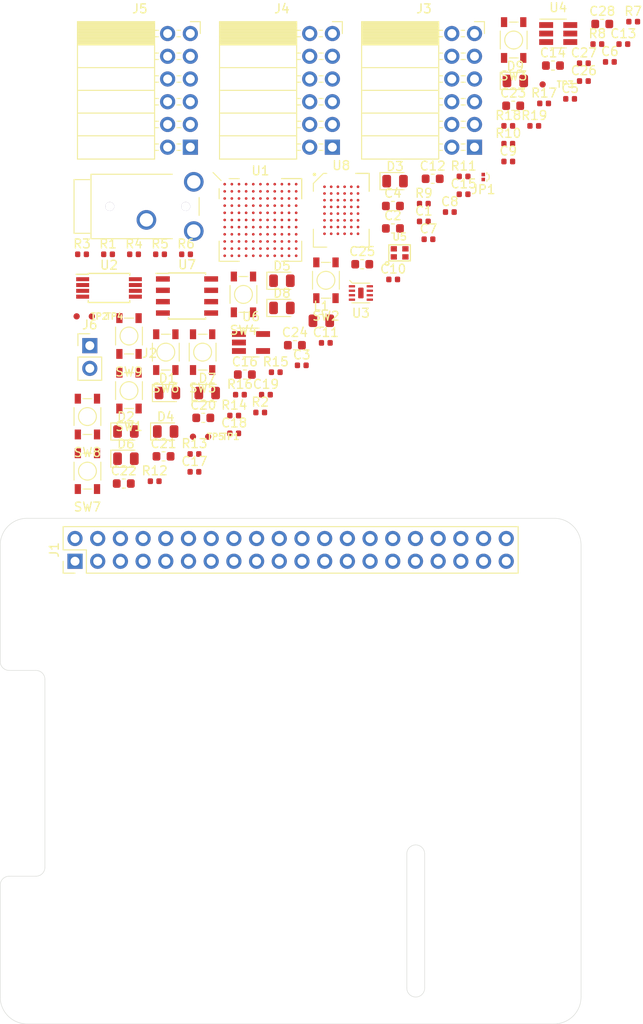
<source format=kicad_pcb>
(kicad_pcb (version 20171130) (host pcbnew 5.1.2+dfsg1-1)
  (layers (0 F.Cu signal) (1 In1.Cu power) (2 In2.Cu power) (31 B.Cu signal) (34 B.Paste user) (35 F.Paste user) (36 B.SilkS user) (37 F.SilkS user) (38 B.Mask user) (39 F.Mask user) (44 Edge.Cuts user))
  (net 0 "")
  (net 1 GND)
  (net 2 +1V2)
  (net 3 "Net-(C2-Pad2)")
  (net 4 "Net-(C2-Pad1)")
  (net 5 "Net-(C4-Pad2)")
  (net 6 "Net-(C4-Pad1)")
  (net 7 +3V3)
  (net 8 +5V)
  (net 9 "Net-(C13-Pad2)")
  (net 10 "Net-(C18-Pad1)")
  (net 11 "Net-(C19-Pad1)")
  (net 12 "Net-(C20-Pad1)")
  (net 13 "Net-(C21-Pad1)")
  (net 14 +3.3VDAC)
  (net 15 "Net-(D1-Pad1)")
  (net 16 /LED0)
  (net 17 /LED1)
  (net 18 "Net-(D2-Pad1)")
  (net 19 "Net-(D3-Pad1)")
  (net 20 /LED2)
  (net 21 /LED3)
  (net 22 "Net-(D4-Pad1)")
  (net 23 /LED4)
  (net 24 "Net-(D5-Pad1)")
  (net 25 "Net-(D6-Pad1)")
  (net 26 /LED5)
  (net 27 /LED6)
  (net 28 "Net-(D7-Pad1)")
  (net 29 "Net-(D8-Pad1)")
  (net 30 /LED7)
  (net 31 /GP13_FPGA_CDONE)
  (net 32 "Net-(J1-Pad3)")
  (net 33 "Net-(J1-Pad5)")
  (net 34 "Net-(J1-Pad7)")
  (net 35 /GP14_UART_TXD)
  (net 36 /GP15_UART_RXD)
  (net 37 "Net-(J1-Pad11)")
  (net 38 "Net-(J1-Pad12)")
  (net 39 /GP27_SDIO_DAT3)
  (net 40 /GP22_SDIO_CLK)
  (net 41 /GP23_SDIO_CMD)
  (net 42 /GP24_SDIO_DAT0)
  (net 43 /GP10_SPI_MOSI)
  (net 44 /GP9_SPI_MISO)
  (net 45 /GP25_SDIO_DAT1)
  (net 46 /GP11_SPI_SCK)
  (net 47 /GP8_SPI_~CS)
  (net 48 "Net-(J1-Pad26)")
  (net 49 /ID_SD)
  (net 50 /ID_SC)
  (net 51 "Net-(J1-Pad29)")
  (net 52 "Net-(J1-Pad31)")
  (net 53 /GP12_FPGA_~RST)
  (net 54 "Net-(J1-Pad35)")
  (net 55 "Net-(J1-Pad36)")
  (net 56 /GP26_SDIO_DAT2)
  (net 57 "Net-(J1-Pad38)")
  (net 58 "Net-(J1-Pad40)")
  (net 59 /IO0_0)
  (net 60 /IO0_1)
  (net 61 /IO0_2)
  (net 62 /IO0_3)
  (net 63 /IO0_4)
  (net 64 /IO0_5)
  (net 65 /IO0_6)
  (net 66 /IO0_7)
  (net 67 /IO1_7)
  (net 68 /IO1_6)
  (net 69 /IO1_5)
  (net 70 /IO1_4)
  (net 71 /IO1_3)
  (net 72 /IO1_2)
  (net 73 /IO1_1)
  (net 74 /IO1_0)
  (net 75 /IO2_0)
  (net 76 /IO2_1)
  (net 77 /IO2_2)
  (net 78 /IO2_3)
  (net 79 /IO2_4)
  (net 80 /IO2_5)
  (net 81 /IO2_6)
  (net 82 /IO2_7)
  (net 83 "Net-(JP1-Pad1)")
  (net 84 "Net-(L1-Pad1)")
  (net 85 "Net-(R6-Pad2)")
  (net 86 "Net-(R7-Pad2)")
  (net 87 /SW0)
  (net 88 /SW1)
  (net 89 /SW2)
  (net 90 /SW3)
  (net 91 /SW4)
  (net 92 /SW5)
  (net 93 /SW6)
  (net 94 /SW7)
  (net 95 /SRAM_DQ0)
  (net 96 /SRAM_DQ5)
  (net 97 /SRAM_DQ7)
  (net 98 /SRAM_DQ6)
  (net 99 /SRAM_DQ12)
  (net 100 /SRAM_A9)
  (net 101 /SRAM_A2)
  (net 102 /SRAM_A4)
  (net 103 /SRAM_A5)
  (net 104 /SRAM_A10)
  (net 105 /SRAM_DQ1)
  (net 106 /SRAM_DQ4)
  (net 107 /SRAM_DQ8)
  (net 108 /SRAM_DQ10)
  (net 109 /SRAM_DQ13)
  (net 110 /SRAM_DQ15)
  (net 111 /SRAM_A3)
  (net 112 /SRAM_A7)
  (net 113 /SRAM_A6)
  (net 114 /SRAM_A12)
  (net 115 /SRAM_DQ3)
  (net 116 /SRAM_DQ9)
  (net 117 /SRAM_DQ11)
  (net 118 /SRAM_A8)
  (net 119 /SRAM_A0)
  (net 120 /SRAM_A1)
  (net 121 /SRAM_A11)
  (net 122 /SRAM_A13)
  (net 123 /SRAM_A15)
  (net 124 /SRAM_DQ2)
  (net 125 /SRAM_DQ14)
  (net 126 /SRAM_A14)
  (net 127 /SRAM_A17)
  (net 128 /SRAM_A16)
  (net 129 /SRAM_~WE)
  (net 130 /SRAM_~OE)
  (net 131 /SRAM_~LB)
  (net 132 /SRAM_~UB)
  (net 133 /AUDIO_R_PWM)
  (net 134 "Net-(U1-PadB10)")
  (net 135 /CLK_OSC)
  (net 136 /AUDIO_L_PWM)
  (module fpga_hat:MOUNTHOLE_M2.5 (layer F.Cu) (at 161.5 83.5)
    (fp_text reference REF** hide)
    (fp_text value MOUNTHOLE_M2.5 hide)
    (pad "" np_thru_hole circle (at 0 0) (size 2.75 2.75) (drill 2.75) (layers *.Cu *.Mask) (thermal_gap 1.9))
  )
  (module fpga_hat:MOUNTHOLE_M2.5 (layer F.Cu) (at 161.5 133)
    (fp_text reference REF** hide)
    (fp_text value MOUNTHOLE_M2.5 hide)
    (pad "" np_thru_hole circle (at 0 0) (size 2.75 2.75) (drill 2.75) (layers *.Cu *.Mask) (thermal_gap 1.9))
  )
  (module fpga_hat:MOUNTHOLE_M2.5 (layer F.Cu) (at 103.5 133)
    (fp_text reference REF** hide)
    (fp_text value MOUNTHOLE_M2.5 hide)
    (pad "" np_thru_hole circle (at 0 0) (size 2.75 2.75) (drill 2.75) (layers *.Cu *.Mask) (thermal_gap 1.9))
  )
  (module fpga_hat:MOUNTHOLE_M2.5 (layer F.Cu) (at 103.5 83.5)
    (fp_text reference REF** hide)
    (fp_text value MOUNTHOLE_M2.5 hide)
    (pad "" np_thru_hole circle (at 0 0) (size 2.75 2.75) (drill 2.75) (layers *.Cu *.Mask) (thermal_gap 1.9))
  )
  (module Capacitor_SMD:C_0402_1005Metric (layer F.Cu) (at 147.405001 46.825001)
    (fp_text reference C1 (at 0 -1.17) (layer F.SilkS))
    (fp_text value 100n)
    (pad 2 smd roundrect (at 0.485 0) (size 0.59 0.64) (layers F.Cu F.Paste F.Mask) (net 1 GND))
    (pad 1 smd roundrect (at -0.485 0) (size 0.59 0.64) (layers F.Cu F.Paste F.Mask) (net 2 +1V2))
  )
  (module Capacitor_SMD:C_0603_1608Metric (layer F.Cu) (at 143.945001 47.605001)
    (fp_text reference C2 (at 0 -1.43) (layer F.SilkS))
    (fp_text value 4u7)
    (pad 2 smd roundrect (at 0.7875 0) (size 0.875 0.95) (layers F.Cu F.Paste F.Mask) (net 3 "Net-(C2-Pad2)"))
    (pad 1 smd roundrect (at -0.7875 0) (size 0.875 0.95) (layers F.Cu F.Paste F.Mask) (net 4 "Net-(C2-Pad1)"))
  )
  (module Capacitor_SMD:C_0402_1005Metric (layer F.Cu) (at 133.745001 62.905001)
    (fp_text reference C3 (at 0 -1.17) (layer F.SilkS))
    (fp_text value 100n)
    (pad 1 smd roundrect (at -0.485 0) (size 0.59 0.64) (layers F.Cu F.Paste F.Mask) (net 2 +1V2))
    (pad 2 smd roundrect (at 0.485 0) (size 0.59 0.64) (layers F.Cu F.Paste F.Mask) (net 1 GND))
  )
  (module Capacitor_SMD:C_0603_1608Metric (layer F.Cu) (at 143.945001 45.095001)
    (fp_text reference C4 (at 0 -1.43) (layer F.SilkS))
    (fp_text value 4u7)
    (pad 1 smd roundrect (at -0.7875 0) (size 0.875 0.95) (layers F.Cu F.Paste F.Mask) (net 6 "Net-(C4-Pad1)"))
    (pad 2 smd roundrect (at 0.7875 0) (size 0.875 0.95) (layers F.Cu F.Paste F.Mask) (net 5 "Net-(C4-Pad2)"))
  )
  (module Capacitor_SMD:C_0402_1005Metric (layer F.Cu) (at 163.775001 33.125001)
    (fp_text reference C5 (at 0 -1.17) (layer F.SilkS))
    (fp_text value 100n)
    (pad 1 smd roundrect (at -0.485 0) (size 0.59 0.64) (layers F.Cu F.Paste F.Mask) (net 2 +1V2))
    (pad 2 smd roundrect (at 0.485 0) (size 0.59 0.64) (layers F.Cu F.Paste F.Mask) (net 1 GND))
  )
  (module Capacitor_SMD:C_0402_1005Metric (layer F.Cu) (at 168.225001 28.995001)
    (fp_text reference C6 (at 0 -1.17) (layer F.SilkS))
    (fp_text value 100n)
    (pad 2 smd roundrect (at 0.485 0) (size 0.59 0.64) (layers F.Cu F.Paste F.Mask) (net 1 GND))
    (pad 1 smd roundrect (at -0.485 0) (size 0.59 0.64) (layers F.Cu F.Paste F.Mask) (net 2 +1V2))
  )
  (module Capacitor_SMD:C_0402_1005Metric (layer F.Cu) (at 147.925001 48.815001)
    (fp_text reference C7 (at 0 -1.17) (layer F.SilkS))
    (fp_text value 100n)
    (pad 2 smd roundrect (at 0.485 0) (size 0.59 0.64) (layers F.Cu F.Paste F.Mask) (net 1 GND))
    (pad 1 smd roundrect (at -0.485 0) (size 0.59 0.64) (layers F.Cu F.Paste F.Mask) (net 7 +3V3))
  )
  (module Capacitor_SMD:C_0402_1005Metric (layer F.Cu) (at 150.315001 45.775001)
    (fp_text reference C8 (at 0 -1.17) (layer F.SilkS))
    (fp_text value 100n)
    (pad 2 smd roundrect (at 0.485 0) (size 0.59 0.64) (layers F.Cu F.Paste F.Mask) (net 1 GND))
    (pad 1 smd roundrect (at -0.485 0) (size 0.59 0.64) (layers F.Cu F.Paste F.Mask) (net 7 +3V3))
  )
  (module Capacitor_SMD:C_0402_1005Metric (layer F.Cu) (at 156.855001 40.125001)
    (fp_text reference C9 (at 0 -1.17) (layer F.SilkS))
    (fp_text value 100n)
    (pad 2 smd roundrect (at 0.485 0) (size 0.59 0.64) (layers F.Cu F.Paste F.Mask) (net 1 GND))
    (pad 1 smd roundrect (at -0.485 0) (size 0.59 0.64) (layers F.Cu F.Paste F.Mask) (net 7 +3V3))
  )
  (module Capacitor_SMD:C_0402_1005Metric (layer F.Cu) (at 143.975001 53.305001)
    (fp_text reference C10 (at 0 -1.17) (layer F.SilkS))
    (fp_text value 100n)
    (pad 2 smd roundrect (at 0.485 0) (size 0.59 0.64) (layers F.Cu F.Paste F.Mask) (net 1 GND))
    (pad 1 smd roundrect (at -0.485 0) (size 0.59 0.64) (layers F.Cu F.Paste F.Mask) (net 7 +3V3))
  )
  (module Capacitor_SMD:C_0402_1005Metric (layer F.Cu) (at 136.435001 60.395001)
    (fp_text reference C11 (at 0 -1.17) (layer F.SilkS))
    (fp_text value 100n)
    (pad 1 smd roundrect (at -0.485 0) (size 0.59 0.64) (layers F.Cu F.Paste F.Mask) (net 7 +3V3))
    (pad 2 smd roundrect (at 0.485 0) (size 0.59 0.64) (layers F.Cu F.Paste F.Mask) (net 1 GND))
  )
  (module Capacitor_SMD:C_0603_1608Metric (layer F.Cu) (at 148.395001 42.055001)
    (fp_text reference C12 (at 0 -1.43) (layer F.SilkS))
    (fp_text value 4u7)
    (pad 2 smd roundrect (at 0.7875 0) (size 0.875 0.95) (layers F.Cu F.Paste F.Mask) (net 1 GND))
    (pad 1 smd roundrect (at -0.7875 0) (size 0.875 0.95) (layers F.Cu F.Paste F.Mask) (net 8 +5V))
  )
  (module Capacitor_SMD:C_0402_1005Metric (layer F.Cu) (at 169.735001 27.005001)
    (fp_text reference C13 (at 0 -1.17) (layer F.SilkS))
    (fp_text value 560p)
    (pad 1 smd roundrect (at -0.485 0) (size 0.59 0.64) (layers F.Cu F.Paste F.Mask) (net 2 +1V2))
    (pad 2 smd roundrect (at 0.485 0) (size 0.59 0.64) (layers F.Cu F.Paste F.Mask) (net 9 "Net-(C13-Pad2)"))
  )
  (module Capacitor_SMD:C_0603_1608Metric (layer F.Cu) (at 161.855001 29.405001)
    (fp_text reference C14 (at 0 -1.43) (layer F.SilkS))
    (fp_text value 4u7)
    (pad 2 smd roundrect (at 0.7875 0) (size 0.875 0.95) (layers F.Cu F.Paste F.Mask) (net 1 GND))
    (pad 1 smd roundrect (at -0.7875 0) (size 0.875 0.95) (layers F.Cu F.Paste F.Mask) (net 2 +1V2))
  )
  (module Capacitor_SMD:C_0402_1005Metric (layer F.Cu) (at 151.855001 43.785001)
    (fp_text reference C15 (at 0 -1.17) (layer F.SilkS))
    (fp_text value 100n)
    (pad 2 smd roundrect (at 0.485 0) (size 0.59 0.64) (layers F.Cu F.Paste F.Mask) (net 1 GND))
    (pad 1 smd roundrect (at -0.485 0) (size 0.59 0.64) (layers F.Cu F.Paste F.Mask) (net 7 +3V3))
  )
  (module Capacitor_SMD:C_0603_1608Metric (layer F.Cu) (at 127.375001 63.935001)
    (fp_text reference C16 (at 0 -1.43) (layer F.SilkS))
    (fp_text value 1u)
    (pad 1 smd roundrect (at -0.7875 0) (size 0.875 0.95) (layers F.Cu F.Paste F.Mask) (net 8 +5V))
    (pad 2 smd roundrect (at 0.7875 0) (size 0.875 0.95) (layers F.Cu F.Paste F.Mask) (net 1 GND))
  )
  (module Capacitor_SMD:C_0402_1005Metric (layer F.Cu) (at 121.735001 74.805001)
    (fp_text reference C17 (at 0 -1.17) (layer F.SilkS))
    (fp_text value 100n)
    (pad 1 smd roundrect (at -0.485 0) (size 0.59 0.64) (layers F.Cu F.Paste F.Mask) (net 7 +3V3))
    (pad 2 smd roundrect (at 0.485 0) (size 0.59 0.64) (layers F.Cu F.Paste F.Mask) (net 1 GND))
  )
  (module Capacitor_SMD:C_0402_1005Metric (layer F.Cu) (at 126.185001 70.505001)
    (fp_text reference C18 (at 0 -1.17) (layer F.SilkS))
    (fp_text value 100n)
    (pad 1 smd roundrect (at -0.485 0) (size 0.59 0.64) (layers F.Cu F.Paste F.Mask) (net 10 "Net-(C18-Pad1)"))
    (pad 2 smd roundrect (at 0.485 0) (size 0.59 0.64) (layers F.Cu F.Paste F.Mask) (net 1 GND))
  )
  (module Capacitor_SMD:C_0402_1005Metric (layer F.Cu) (at 129.735001 66.185001)
    (fp_text reference C19 (at 0 -1.17) (layer F.SilkS))
    (fp_text value 100n)
    (pad 1 smd roundrect (at -0.485 0) (size 0.59 0.64) (layers F.Cu F.Paste F.Mask) (net 11 "Net-(C19-Pad1)"))
    (pad 2 smd roundrect (at 0.485 0) (size 0.59 0.64) (layers F.Cu F.Paste F.Mask) (net 1 GND))
  )
  (module Capacitor_SMD:C_0603_1608Metric (layer F.Cu) (at 122.725001 68.775001)
    (fp_text reference C20 (at 0 -1.43) (layer F.SilkS))
    (fp_text value 4u7)
    (pad 1 smd roundrect (at -0.7875 0) (size 0.875 0.95) (layers F.Cu F.Paste F.Mask) (net 12 "Net-(C20-Pad1)"))
    (pad 2 smd roundrect (at 0.7875 0) (size 0.875 0.95) (layers F.Cu F.Paste F.Mask) (net 10 "Net-(C18-Pad1)"))
  )
  (module Capacitor_SMD:C_0603_1608Metric (layer F.Cu) (at 118.275001 73.075001)
    (fp_text reference C21 (at 0 -1.43) (layer F.SilkS))
    (fp_text value 4u7)
    (pad 1 smd roundrect (at -0.7875 0) (size 0.875 0.95) (layers F.Cu F.Paste F.Mask) (net 13 "Net-(C21-Pad1)"))
    (pad 2 smd roundrect (at 0.7875 0) (size 0.875 0.95) (layers F.Cu F.Paste F.Mask) (net 11 "Net-(C19-Pad1)"))
  )
  (module Capacitor_SMD:C_0603_1608Metric (layer F.Cu) (at 113.825001 76.115001)
    (fp_text reference C22 (at 0 -1.43) (layer F.SilkS))
    (fp_text value 1u)
    (pad 2 smd roundrect (at 0.7875 0) (size 0.875 0.95) (layers F.Cu F.Paste F.Mask) (net 1 GND))
    (pad 1 smd roundrect (at -0.7875 0) (size 0.875 0.95) (layers F.Cu F.Paste F.Mask) (net 14 +3.3VDAC))
  )
  (module Capacitor_SMD:C_0603_1608Metric (layer F.Cu) (at 157.405001 33.895001)
    (fp_text reference C23 (at 0 -1.43) (layer F.SilkS))
    (fp_text value 1u)
    (pad 2 smd roundrect (at 0.7875 0) (size 0.875 0.95) (layers F.Cu F.Paste F.Mask) (net 1 GND))
    (pad 1 smd roundrect (at -0.7875 0) (size 0.875 0.95) (layers F.Cu F.Paste F.Mask) (net 7 +3V3))
  )
  (module Capacitor_SMD:C_0603_1608Metric (layer F.Cu) (at 132.975001 60.655001)
    (fp_text reference C24 (at 0 -1.43) (layer F.SilkS))
    (fp_text value 1u)
    (pad 1 smd roundrect (at -0.7875 0) (size 0.875 0.95) (layers F.Cu F.Paste F.Mask) (net 7 +3V3))
    (pad 2 smd roundrect (at 0.7875 0) (size 0.875 0.95) (layers F.Cu F.Paste F.Mask) (net 1 GND))
  )
  (module Capacitor_SMD:C_0603_1608Metric (layer F.Cu) (at 140.515001 51.605001)
    (fp_text reference C25 (at 0 -1.43) (layer F.SilkS))
    (fp_text value 1u)
    (pad 2 smd roundrect (at 0.7875 0) (size 0.875 0.95) (layers F.Cu F.Paste F.Mask) (net 1 GND))
    (pad 1 smd roundrect (at -0.7875 0) (size 0.875 0.95) (layers F.Cu F.Paste F.Mask) (net 7 +3V3))
  )
  (module Capacitor_SMD:C_0402_1005Metric (layer F.Cu) (at 165.315001 31.135001)
    (fp_text reference C26 (at 0 -1.17) (layer F.SilkS))
    (fp_text value 100n)
    (pad 1 smd roundrect (at -0.485 0) (size 0.59 0.64) (layers F.Cu F.Paste F.Mask) (net 7 +3V3))
    (pad 2 smd roundrect (at 0.485 0) (size 0.59 0.64) (layers F.Cu F.Paste F.Mask) (net 1 GND))
  )
  (module Capacitor_SMD:C_0402_1005Metric (layer F.Cu) (at 165.315001 29.145001)
    (fp_text reference C27 (at 0 -1.17) (layer F.SilkS))
    (fp_text value 100n)
    (pad 2 smd roundrect (at 0.485 0) (size 0.59 0.64) (layers F.Cu F.Paste F.Mask) (net 1 GND))
    (pad 1 smd roundrect (at -0.485 0) (size 0.59 0.64) (layers F.Cu F.Paste F.Mask) (net 7 +3V3))
  )
  (module Capacitor_SMD:C_0603_1608Metric (layer F.Cu) (at 167.375001 24.755001)
    (fp_text reference C28 (at 0 -1.43) (layer F.SilkS))
    (fp_text value 1u)
    (pad 1 smd roundrect (at -0.7875 0) (size 0.875 0.95) (layers F.Cu F.Paste F.Mask) (net 8 +5V))
    (pad 2 smd roundrect (at 0.7875 0) (size 0.875 0.95) (layers F.Cu F.Paste F.Mask) (net 1 GND))
  )
  (module LED_SMD:LED_0805_2012Metric (layer F.Cu) (at 118.715001 66.000001)
    (fp_text reference D1 (at 0 -1.65) (layer F.SilkS))
    (fp_text value LED)
    (pad 1 smd roundrect (at -0.9375 0) (size 0.975 1.4) (layers F.Cu F.Paste F.Mask) (net 15 "Net-(D1-Pad1)"))
    (pad 2 smd roundrect (at 0.9375 0) (size 0.975 1.4) (layers F.Cu F.Paste F.Mask) (net 16 /LED0))
  )
  (module LED_SMD:LED_0805_2012Metric (layer F.Cu) (at 114.065001 70.300001)
    (fp_text reference D2 (at 0 -1.65) (layer F.SilkS))
    (fp_text value LED)
    (pad 1 smd roundrect (at -0.9375 0) (size 0.975 1.4) (layers F.Cu F.Paste F.Mask) (net 18 "Net-(D2-Pad1)"))
    (pad 2 smd roundrect (at 0.9375 0) (size 0.975 1.4) (layers F.Cu F.Paste F.Mask) (net 17 /LED1))
  )
  (module LED_SMD:LED_0805_2012Metric (layer F.Cu) (at 144.185001 42.320001)
    (fp_text reference D3 (at 0 -1.65) (layer F.SilkS))
    (fp_text value LED)
    (pad 2 smd roundrect (at 0.9375 0) (size 0.975 1.4) (layers F.Cu F.Paste F.Mask) (net 20 /LED2))
    (pad 1 smd roundrect (at -0.9375 0) (size 0.975 1.4) (layers F.Cu F.Paste F.Mask) (net 19 "Net-(D3-Pad1)"))
  )
  (module LED_SMD:LED_0805_2012Metric (layer F.Cu) (at 118.515001 70.300001)
    (fp_text reference D4 (at 0 -1.65) (layer F.SilkS))
    (fp_text value LED)
    (pad 1 smd roundrect (at -0.9375 0) (size 0.975 1.4) (layers F.Cu F.Paste F.Mask) (net 22 "Net-(D4-Pad1)"))
    (pad 2 smd roundrect (at 0.9375 0) (size 0.975 1.4) (layers F.Cu F.Paste F.Mask) (net 21 /LED3))
  )
  (module LED_SMD:LED_0805_2012Metric (layer F.Cu) (at 131.525001 53.450001)
    (fp_text reference D5 (at 0 -1.65) (layer F.SilkS))
    (fp_text value LED)
    (pad 2 smd roundrect (at 0.9375 0) (size 0.975 1.4) (layers F.Cu F.Paste F.Mask) (net 23 /LED4))
    (pad 1 smd roundrect (at -0.9375 0) (size 0.975 1.4) (layers F.Cu F.Paste F.Mask) (net 24 "Net-(D5-Pad1)"))
  )
  (module LED_SMD:LED_0805_2012Metric (layer F.Cu) (at 114.065001 73.340001)
    (fp_text reference D6 (at 0 -1.65) (layer F.SilkS))
    (fp_text value LED)
    (pad 1 smd roundrect (at -0.9375 0) (size 0.975 1.4) (layers F.Cu F.Paste F.Mask) (net 25 "Net-(D6-Pad1)"))
    (pad 2 smd roundrect (at 0.9375 0) (size 0.975 1.4) (layers F.Cu F.Paste F.Mask) (net 26 /LED5))
  )
  (module LED_SMD:LED_0805_2012Metric (layer F.Cu) (at 123.165001 66.000001)
    (fp_text reference D7 (at 0 -1.65) (layer F.SilkS))
    (fp_text value LED)
    (pad 2 smd roundrect (at 0.9375 0) (size 0.975 1.4) (layers F.Cu F.Paste F.Mask) (net 27 /LED6))
    (pad 1 smd roundrect (at -0.9375 0) (size 0.975 1.4) (layers F.Cu F.Paste F.Mask) (net 28 "Net-(D7-Pad1)"))
  )
  (module LED_SMD:LED_0805_2012Metric (layer F.Cu) (at 131.525001 56.490001)
    (fp_text reference D8 (at 0 -1.65) (layer F.SilkS))
    (fp_text value LED)
    (pad 1 smd roundrect (at -0.9375 0) (size 0.975 1.4) (layers F.Cu F.Paste F.Mask) (net 29 "Net-(D8-Pad1)"))
    (pad 2 smd roundrect (at 0.9375 0) (size 0.975 1.4) (layers F.Cu F.Paste F.Mask) (net 30 /LED7))
  )
  (module LED_SMD:LED_0805_2012Metric (layer F.Cu) (at 157.645001 31.120001)
    (fp_text reference D9 (at 0 -1.65) (layer F.SilkS))
    (fp_text value LED)
    (pad 2 smd roundrect (at 0.9375 0) (size 0.975 1.4) (layers F.Cu F.Paste F.Mask) (net 31 /GP13_FPGA_CDONE))
    (pad 1 smd roundrect (at -0.9375 0) (size 0.975 1.4) (layers F.Cu F.Paste F.Mask) (net 1 GND))
  )
  (module Connector_PinHeader_2.54mm:PinHeader_2x20_P2.54mm_Vertical (layer F.Cu) (at 108.37 84.8 90)
    (fp_text reference J1 (at 1.27 -2.33 90) (layer F.SilkS))
    (fp_text value 2x20)
    (pad 1 thru_hole rect (at 0 0 90) (size 1.7 1.7) (drill 1) (layers *.Cu *.Mask) (net 7 +3V3))
    (pad 2 thru_hole oval (at 2.54 0 90) (size 1.7 1.7) (drill 1) (layers *.Cu *.Mask) (net 8 +5V))
    (pad 3 thru_hole oval (at 0 2.54 90) (size 1.7 1.7) (drill 1) (layers *.Cu *.Mask) (net 32 "Net-(J1-Pad3)"))
    (pad 4 thru_hole oval (at 2.54 2.54 90) (size 1.7 1.7) (drill 1) (layers *.Cu *.Mask) (net 8 +5V))
    (pad 5 thru_hole oval (at 0 5.08 90) (size 1.7 1.7) (drill 1) (layers *.Cu *.Mask) (net 33 "Net-(J1-Pad5)"))
    (pad 6 thru_hole oval (at 2.54 5.08 90) (size 1.7 1.7) (drill 1) (layers *.Cu *.Mask) (net 1 GND))
    (pad 7 thru_hole oval (at 0 7.62 90) (size 1.7 1.7) (drill 1) (layers *.Cu *.Mask) (net 34 "Net-(J1-Pad7)"))
    (pad 8 thru_hole oval (at 2.54 7.62 90) (size 1.7 1.7) (drill 1) (layers *.Cu *.Mask) (net 35 /GP14_UART_TXD))
    (pad 9 thru_hole oval (at 0 10.16 90) (size 1.7 1.7) (drill 1) (layers *.Cu *.Mask) (net 1 GND))
    (pad 10 thru_hole oval (at 2.54 10.16 90) (size 1.7 1.7) (drill 1) (layers *.Cu *.Mask) (net 36 /GP15_UART_RXD))
    (pad 11 thru_hole oval (at 0 12.7 90) (size 1.7 1.7) (drill 1) (layers *.Cu *.Mask) (net 37 "Net-(J1-Pad11)"))
    (pad 12 thru_hole oval (at 2.54 12.7 90) (size 1.7 1.7) (drill 1) (layers *.Cu *.Mask) (net 38 "Net-(J1-Pad12)"))
    (pad 13 thru_hole oval (at 0 15.24 90) (size 1.7 1.7) (drill 1) (layers *.Cu *.Mask) (net 39 /GP27_SDIO_DAT3))
    (pad 14 thru_hole oval (at 2.54 15.24 90) (size 1.7 1.7) (drill 1) (layers *.Cu *.Mask) (net 1 GND))
    (pad 15 thru_hole oval (at 0 17.78 90) (size 1.7 1.7) (drill 1) (layers *.Cu *.Mask) (net 40 /GP22_SDIO_CLK))
    (pad 16 thru_hole oval (at 2.54 17.78 90) (size 1.7 1.7) (drill 1) (layers *.Cu *.Mask) (net 41 /GP23_SDIO_CMD))
    (pad 17 thru_hole oval (at 0 20.32 90) (size 1.7 1.7) (drill 1) (layers *.Cu *.Mask) (net 7 +3V3))
    (pad 18 thru_hole oval (at 2.54 20.32 90) (size 1.7 1.7) (drill 1) (layers *.Cu *.Mask) (net 42 /GP24_SDIO_DAT0))
    (pad 19 thru_hole oval (at 0 22.86 90) (size 1.7 1.7) (drill 1) (layers *.Cu *.Mask) (net 43 /GP10_SPI_MOSI))
    (pad 20 thru_hole oval (at 2.54 22.86 90) (size 1.7 1.7) (drill 1) (layers *.Cu *.Mask) (net 1 GND))
    (pad 21 thru_hole oval (at 0 25.4 90) (size 1.7 1.7) (drill 1) (layers *.Cu *.Mask) (net 44 /GP9_SPI_MISO))
    (pad 22 thru_hole oval (at 2.54 25.4 90) (size 1.7 1.7) (drill 1) (layers *.Cu *.Mask) (net 45 /GP25_SDIO_DAT1))
    (pad 23 thru_hole oval (at 0 27.94 90) (size 1.7 1.7) (drill 1) (layers *.Cu *.Mask) (net 46 /GP11_SPI_SCK))
    (pad 24 thru_hole oval (at 2.54 27.94 90) (size 1.7 1.7) (drill 1) (layers *.Cu *.Mask) (net 47 /GP8_SPI_~CS))
    (pad 25 thru_hole oval (at 0 30.48 90) (size 1.7 1.7) (drill 1) (layers *.Cu *.Mask) (net 1 GND))
    (pad 26 thru_hole oval (at 2.54 30.48 90) (size 1.7 1.7) (drill 1) (layers *.Cu *.Mask) (net 48 "Net-(J1-Pad26)"))
    (pad 27 thru_hole oval (at 0 33.02 90) (size 1.7 1.7) (drill 1) (layers *.Cu *.Mask) (net 49 /ID_SD))
    (pad 28 thru_hole oval (at 2.54 33.02 90) (size 1.7 1.7) (drill 1) (layers *.Cu *.Mask) (net 50 /ID_SC))
    (pad 29 thru_hole oval (at 0 35.56 90) (size 1.7 1.7) (drill 1) (layers *.Cu *.Mask) (net 51 "Net-(J1-Pad29)"))
    (pad 30 thru_hole oval (at 2.54 35.56 90) (size 1.7 1.7) (drill 1) (layers *.Cu *.Mask) (net 1 GND))
    (pad 31 thru_hole oval (at 0 38.1 90) (size 1.7 1.7) (drill 1) (layers *.Cu *.Mask) (net 52 "Net-(J1-Pad31)"))
    (pad 32 thru_hole oval (at 2.54 38.1 90) (size 1.7 1.7) (drill 1) (layers *.Cu *.Mask) (net 53 /GP12_FPGA_~RST))
    (pad 33 thru_hole oval (at 0 40.64 90) (size 1.7 1.7) (drill 1) (layers *.Cu *.Mask) (net 31 /GP13_FPGA_CDONE))
    (pad 34 thru_hole oval (at 2.54 40.64 90) (size 1.7 1.7) (drill 1) (layers *.Cu *.Mask) (net 1 GND))
    (pad 35 thru_hole oval (at 0 43.18 90) (size 1.7 1.7) (drill 1) (layers *.Cu *.Mask) (net 54 "Net-(J1-Pad35)"))
    (pad 36 thru_hole oval (at 2.54 43.18 90) (size 1.7 1.7) (drill 1) (layers *.Cu *.Mask) (net 55 "Net-(J1-Pad36)"))
    (pad 37 thru_hole oval (at 0 45.72 90) (size 1.7 1.7) (drill 1) (layers *.Cu *.Mask) (net 56 /GP26_SDIO_DAT2))
    (pad 38 thru_hole oval (at 2.54 45.72 90) (size 1.7 1.7) (drill 1) (layers *.Cu *.Mask) (net 57 "Net-(J1-Pad38)"))
    (pad 39 thru_hole oval (at 0 48.26 90) (size 1.7 1.7) (drill 1) (layers *.Cu *.Mask) (net 1 GND))
    (pad 40 thru_hole oval (at 2.54 48.26 90) (size 1.7 1.7) (drill 1) (layers *.Cu *.Mask) (net 58 "Net-(J1-Pad40)"))
  )
  (module fpga_hat:STX-3000_TRS_3.5mm (layer F.Cu) (at 116.360001 45.15)
    (fp_text reference J2 (at 0.35 16.4) (layer F.SilkS))
    (fp_text value AudioJack3)
    (pad ~ thru_hole circle (at -4.1 0) (size 1 1) (drill 1) (layers *.Cu *.Mask))
    (pad ~ thru_hole circle (at 4.4 0) (size 1 1) (drill 1) (layers *.Cu *.Mask))
    (pad S thru_hole circle (at 0 1.5) (size 2.2 2.2) (drill 1.5) (layers *.Cu *.Mask) (net 1 GND))
    (pad R thru_hole circle (at 5.3 -2.75) (size 2.2 2.2) (drill 1.5) (layers *.Cu *.Mask) (net 13 "Net-(C21-Pad1)"))
    (pad T thru_hole circle (at 5.3 2.75) (size 2.2 2.2) (drill 1.5) (layers *.Cu *.Mask) (net 12 "Net-(C20-Pad1)"))
  )
  (module fpga_hat:PinSocket_2x06_P2.54mm_Horizontal (layer F.Cu) (at 153.075001 38.525001)
    (fp_text reference J3 (at -5.65 -15.47) (layer F.SilkS))
    (fp_text value Conn_02x06_Top_Bottom)
    (pad 6 thru_hole circle (at 0 -12.7) (size 1.7 1.7) (drill 1) (layers *.Cu *.Mask) (net 7 +3V3))
    (pad 12 thru_hole oval (at -2.54 -12.7) (size 1.7 1.7) (drill 1) (layers *.Cu *.Mask) (net 7 +3V3))
    (pad 5 thru_hole oval (at 0 -10.16) (size 1.7 1.7) (drill 1) (layers *.Cu *.Mask) (net 1 GND))
    (pad 11 thru_hole oval (at -2.54 -10.16) (size 1.7 1.7) (drill 1) (layers *.Cu *.Mask) (net 1 GND))
    (pad 4 thru_hole oval (at 0 -7.62) (size 1.7 1.7) (drill 1) (layers *.Cu *.Mask) (net 62 /IO0_3))
    (pad 10 thru_hole oval (at -2.54 -7.62) (size 1.7 1.7) (drill 1) (layers *.Cu *.Mask) (net 66 /IO0_7))
    (pad 3 thru_hole oval (at 0 -5.08) (size 1.7 1.7) (drill 1) (layers *.Cu *.Mask) (net 61 /IO0_2))
    (pad 9 thru_hole oval (at -2.54 -5.08) (size 1.7 1.7) (drill 1) (layers *.Cu *.Mask) (net 65 /IO0_6))
    (pad 2 thru_hole oval (at 0 -2.54) (size 1.7 1.7) (drill 1) (layers *.Cu *.Mask) (net 60 /IO0_1))
    (pad 8 thru_hole oval (at -2.54 -2.54) (size 1.7 1.7) (drill 1) (layers *.Cu *.Mask) (net 64 /IO0_5))
    (pad 1 thru_hole rect (at 0 0) (size 1.7 1.7) (drill 1) (layers *.Cu *.Mask) (net 59 /IO0_0))
    (pad 7 thru_hole oval (at -2.54 0) (size 1.7 1.7) (drill 1) (layers *.Cu *.Mask) (net 63 /IO0_4))
  )
  (module fpga_hat:PinSocket_2x06_P2.54mm_Horizontal (layer F.Cu) (at 137.175001 38.525001)
    (fp_text reference J4 (at -5.65 -15.47) (layer F.SilkS))
    (fp_text value Conn_02x06_Top_Bottom)
    (pad 7 thru_hole oval (at -2.54 0) (size 1.7 1.7) (drill 1) (layers *.Cu *.Mask) (net 70 /IO1_4))
    (pad 1 thru_hole rect (at 0 0) (size 1.7 1.7) (drill 1) (layers *.Cu *.Mask) (net 74 /IO1_0))
    (pad 8 thru_hole oval (at -2.54 -2.54) (size 1.7 1.7) (drill 1) (layers *.Cu *.Mask) (net 69 /IO1_5))
    (pad 2 thru_hole oval (at 0 -2.54) (size 1.7 1.7) (drill 1) (layers *.Cu *.Mask) (net 73 /IO1_1))
    (pad 9 thru_hole oval (at -2.54 -5.08) (size 1.7 1.7) (drill 1) (layers *.Cu *.Mask) (net 68 /IO1_6))
    (pad 3 thru_hole oval (at 0 -5.08) (size 1.7 1.7) (drill 1) (layers *.Cu *.Mask) (net 72 /IO1_2))
    (pad 10 thru_hole oval (at -2.54 -7.62) (size 1.7 1.7) (drill 1) (layers *.Cu *.Mask) (net 67 /IO1_7))
    (pad 4 thru_hole oval (at 0 -7.62) (size 1.7 1.7) (drill 1) (layers *.Cu *.Mask) (net 71 /IO1_3))
    (pad 11 thru_hole oval (at -2.54 -10.16) (size 1.7 1.7) (drill 1) (layers *.Cu *.Mask) (net 1 GND))
    (pad 5 thru_hole oval (at 0 -10.16) (size 1.7 1.7) (drill 1) (layers *.Cu *.Mask) (net 1 GND))
    (pad 12 thru_hole oval (at -2.54 -12.7) (size 1.7 1.7) (drill 1) (layers *.Cu *.Mask) (net 7 +3V3))
    (pad 6 thru_hole circle (at 0 -12.7) (size 1.7 1.7) (drill 1) (layers *.Cu *.Mask) (net 7 +3V3))
  )
  (module fpga_hat:PinSocket_2x06_P2.54mm_Horizontal (layer F.Cu) (at 121.275001 38.525001)
    (fp_text reference J5 (at -5.65 -15.47) (layer F.SilkS))
    (fp_text value Conn_02x06_Top_Bottom)
    (pad 6 thru_hole circle (at 0 -12.7) (size 1.7 1.7) (drill 1) (layers *.Cu *.Mask) (net 7 +3V3))
    (pad 12 thru_hole oval (at -2.54 -12.7) (size 1.7 1.7) (drill 1) (layers *.Cu *.Mask) (net 7 +3V3))
    (pad 5 thru_hole oval (at 0 -10.16) (size 1.7 1.7) (drill 1) (layers *.Cu *.Mask) (net 1 GND))
    (pad 11 thru_hole oval (at -2.54 -10.16) (size 1.7 1.7) (drill 1) (layers *.Cu *.Mask) (net 1 GND))
    (pad 4 thru_hole oval (at 0 -7.62) (size 1.7 1.7) (drill 1) (layers *.Cu *.Mask) (net 78 /IO2_3))
    (pad 10 thru_hole oval (at -2.54 -7.62) (size 1.7 1.7) (drill 1) (layers *.Cu *.Mask) (net 82 /IO2_7))
    (pad 3 thru_hole oval (at 0 -5.08) (size 1.7 1.7) (drill 1) (layers *.Cu *.Mask) (net 77 /IO2_2))
    (pad 9 thru_hole oval (at -2.54 -5.08) (size 1.7 1.7) (drill 1) (layers *.Cu *.Mask) (net 81 /IO2_6))
    (pad 2 thru_hole oval (at 0 -2.54) (size 1.7 1.7) (drill 1) (layers *.Cu *.Mask) (net 76 /IO2_1))
    (pad 8 thru_hole oval (at -2.54 -2.54) (size 1.7 1.7) (drill 1) (layers *.Cu *.Mask) (net 80 /IO2_5))
    (pad 1 thru_hole rect (at 0 0) (size 1.7 1.7) (drill 1) (layers *.Cu *.Mask) (net 75 /IO2_0))
    (pad 7 thru_hole oval (at -2.54 0) (size 1.7 1.7) (drill 1) (layers *.Cu *.Mask) (net 79 /IO2_4))
  )
  (module Connector_PinHeader_2.54mm:PinHeader_1x02_P2.54mm_Vertical (layer F.Cu) (at 110.025001 60.705001)
    (fp_text reference J6 (at 0 -2.33) (layer F.SilkS))
    (fp_text value Conn_01x02)
    (pad 1 thru_hole rect (at 0 0) (size 1.7 1.7) (drill 1) (layers *.Cu *.Mask) (net 8 +5V))
    (pad 2 thru_hole oval (at 0 2.54) (size 1.7 1.7) (drill 1) (layers *.Cu *.Mask) (net 1 GND))
  )
  (module fpga_hat:SOLDER_JUMP (layer F.Cu) (at 154.06 41.860001)
    (fp_text reference JP1 (at 0 1.4) (layer F.SilkS))
    (fp_text value "Solder jumper")
    (pad 1 smd rect (at 0 -0.275) (size 0.4 0.4) (layers F.Cu F.Paste F.Mask) (net 83 "Net-(JP1-Pad1)"))
    (pad 2 smd rect (at 0 0.275) (size 0.4 0.4) (layers F.Cu F.Paste F.Mask) (net 1 GND))
  )
  (module Inductor_SMD:L_0805_2012Metric (layer F.Cu) (at 135.935001 57.925001)
    (fp_text reference L1 (at 0 -1.65) (layer F.SilkS))
    (fp_text value 1u)
    (pad 1 smd roundrect (at -0.9375 0) (size 0.975 1.4) (layers F.Cu F.Paste F.Mask) (net 84 "Net-(L1-Pad1)"))
    (pad 2 smd roundrect (at 0.9375 0) (size 0.975 1.4) (layers F.Cu F.Paste F.Mask) (net 2 +1V2))
  )
  (module Resistor_SMD:R_0402_1005Metric (layer F.Cu) (at 112.065001 50.495001)
    (fp_text reference R1 (at 0 -1.17) (layer F.SilkS))
    (fp_text value 100)
    (pad 1 smd roundrect (at -0.485 0) (size 0.59 0.64) (layers F.Cu F.Paste F.Mask) (net 6 "Net-(C4-Pad1)"))
    (pad 2 smd roundrect (at 0.485 0) (size 0.59 0.64) (layers F.Cu F.Paste F.Mask) (net 2 +1V2))
  )
  (module Resistor_SMD:R_0402_1005Metric (layer F.Cu) (at 129.095001 68.175001)
    (fp_text reference R2 (at 0 -1.17) (layer F.SilkS))
    (fp_text value 100)
    (pad 2 smd roundrect (at 0.485 0) (size 0.59 0.64) (layers F.Cu F.Paste F.Mask) (net 2 +1V2))
    (pad 1 smd roundrect (at -0.485 0) (size 0.59 0.64) (layers F.Cu F.Paste F.Mask) (net 4 "Net-(C2-Pad1)"))
  )
  (module Resistor_SMD:R_0402_1005Metric (layer F.Cu) (at 109.155001 50.495001)
    (fp_text reference R3 (at 0 -1.17) (layer F.SilkS))
    (fp_text value 470)
    (pad 1 smd roundrect (at -0.485 0) (size 0.59 0.64) (layers F.Cu F.Paste F.Mask) (net 7 +3V3))
    (pad 2 smd roundrect (at 0.485 0) (size 0.59 0.64) (layers F.Cu F.Paste F.Mask) (net 83 "Net-(JP1-Pad1)"))
  )
  (module Resistor_SMD:R_0402_1005Metric (layer F.Cu) (at 114.975001 50.495001)
    (fp_text reference R4 (at 0 -1.17) (layer F.SilkS))
    (fp_text value 4k7)
    (pad 1 smd roundrect (at -0.485 0) (size 0.59 0.64) (layers F.Cu F.Paste F.Mask) (net 7 +3V3))
    (pad 2 smd roundrect (at 0.485 0) (size 0.59 0.64) (layers F.Cu F.Paste F.Mask) (net 50 /ID_SC))
  )
  (module Resistor_SMD:R_0402_1005Metric (layer F.Cu) (at 117.885001 50.495001)
    (fp_text reference R5 (at 0 -1.17) (layer F.SilkS))
    (fp_text value 4k7)
    (pad 2 smd roundrect (at 0.485 0) (size 0.59 0.64) (layers F.Cu F.Paste F.Mask) (net 50 /ID_SC))
    (pad 1 smd roundrect (at -0.485 0) (size 0.59 0.64) (layers F.Cu F.Paste F.Mask) (net 7 +3V3))
  )
  (module Resistor_SMD:R_0402_1005Metric (layer F.Cu) (at 120.795001 50.495001)
    (fp_text reference R6 (at 0 -1.17) (layer F.SilkS))
    (fp_text value 220)
    (pad 2 smd roundrect (at 0.485 0) (size 0.59 0.64) (layers F.Cu F.Paste F.Mask) (net 85 "Net-(R6-Pad2)"))
    (pad 1 smd roundrect (at -0.485 0) (size 0.59 0.64) (layers F.Cu F.Paste F.Mask) (net 10 "Net-(C18-Pad1)"))
  )
  (module Resistor_SMD:R_0402_1005Metric (layer F.Cu) (at 170.835001 24.495001)
    (fp_text reference R7 (at 0 -1.17) (layer F.SilkS))
    (fp_text value 220)
    (pad 2 smd roundrect (at 0.485 0) (size 0.59 0.64) (layers F.Cu F.Paste F.Mask) (net 86 "Net-(R7-Pad2)"))
    (pad 1 smd roundrect (at -0.485 0) (size 0.59 0.64) (layers F.Cu F.Paste F.Mask) (net 11 "Net-(C19-Pad1)"))
  )
  (module Resistor_SMD:R_0402_1005Metric (layer F.Cu) (at 166.825001 27.005001)
    (fp_text reference R8 (at 0 -1.17) (layer F.SilkS))
    (fp_text value 100)
    (pad 1 smd roundrect (at -0.485 0) (size 0.59 0.64) (layers F.Cu F.Paste F.Mask) (net 10 "Net-(C18-Pad1)"))
    (pad 2 smd roundrect (at 0.485 0) (size 0.59 0.64) (layers F.Cu F.Paste F.Mask) (net 1 GND))
  )
  (module Resistor_SMD:R_0402_1005Metric (layer F.Cu) (at 147.405001 44.835001)
    (fp_text reference R9 (at 0 -1.17) (layer F.SilkS))
    (fp_text value 100)
    (pad 1 smd roundrect (at -0.485 0) (size 0.59 0.64) (layers F.Cu F.Paste F.Mask) (net 11 "Net-(C19-Pad1)"))
    (pad 2 smd roundrect (at 0.485 0) (size 0.59 0.64) (layers F.Cu F.Paste F.Mask) (net 1 GND))
  )
  (module Resistor_SMD:R_0402_1005Metric (layer F.Cu) (at 156.855001 38.135001)
    (fp_text reference R10 (at 0 -1.17) (layer F.SilkS))
    (fp_text value 470)
    (pad 1 smd roundrect (at -0.485 0) (size 0.59 0.64) (layers F.Cu F.Paste F.Mask) (net 1 GND))
    (pad 2 smd roundrect (at 0.485 0) (size 0.59 0.64) (layers F.Cu F.Paste F.Mask) (net 15 "Net-(D1-Pad1)"))
  )
  (module Resistor_SMD:R_0402_1005Metric (layer F.Cu) (at 151.855001 41.795001)
    (fp_text reference R11 (at 0 -1.17) (layer F.SilkS))
    (fp_text value 470)
    (pad 1 smd roundrect (at -0.485 0) (size 0.59 0.64) (layers F.Cu F.Paste F.Mask) (net 1 GND))
    (pad 2 smd roundrect (at 0.485 0) (size 0.59 0.64) (layers F.Cu F.Paste F.Mask) (net 18 "Net-(D2-Pad1)"))
  )
  (module Resistor_SMD:R_0402_1005Metric (layer F.Cu) (at 117.285001 75.855001)
    (fp_text reference R12 (at 0 -1.17) (layer F.SilkS))
    (fp_text value 470)
    (pad 2 smd roundrect (at 0.485 0) (size 0.59 0.64) (layers F.Cu F.Paste F.Mask) (net 19 "Net-(D3-Pad1)"))
    (pad 1 smd roundrect (at -0.485 0) (size 0.59 0.64) (layers F.Cu F.Paste F.Mask) (net 1 GND))
  )
  (module Resistor_SMD:R_0402_1005Metric (layer F.Cu) (at 121.735001 72.815001)
    (fp_text reference R13 (at 0 -1.17) (layer F.SilkS))
    (fp_text value 470)
    (pad 1 smd roundrect (at -0.485 0) (size 0.59 0.64) (layers F.Cu F.Paste F.Mask) (net 1 GND))
    (pad 2 smd roundrect (at 0.485 0) (size 0.59 0.64) (layers F.Cu F.Paste F.Mask) (net 22 "Net-(D4-Pad1)"))
  )
  (module Resistor_SMD:R_0402_1005Metric (layer F.Cu) (at 126.185001 68.515001)
    (fp_text reference R14 (at 0 -1.17) (layer F.SilkS))
    (fp_text value 470)
    (pad 2 smd roundrect (at 0.485 0) (size 0.59 0.64) (layers F.Cu F.Paste F.Mask) (net 24 "Net-(D5-Pad1)"))
    (pad 1 smd roundrect (at -0.485 0) (size 0.59 0.64) (layers F.Cu F.Paste F.Mask) (net 1 GND))
  )
  (module Resistor_SMD:R_0402_1005Metric (layer F.Cu) (at 130.835001 63.675001)
    (fp_text reference R15 (at 0 -1.17) (layer F.SilkS))
    (fp_text value 470)
    (pad 2 smd roundrect (at 0.485 0) (size 0.59 0.64) (layers F.Cu F.Paste F.Mask) (net 25 "Net-(D6-Pad1)"))
    (pad 1 smd roundrect (at -0.485 0) (size 0.59 0.64) (layers F.Cu F.Paste F.Mask) (net 1 GND))
  )
  (module Resistor_SMD:R_0402_1005Metric (layer F.Cu) (at 126.825001 66.185001)
    (fp_text reference R16 (at 0 -1.17) (layer F.SilkS))
    (fp_text value 470)
    (pad 1 smd roundrect (at -0.485 0) (size 0.59 0.64) (layers F.Cu F.Paste F.Mask) (net 1 GND))
    (pad 2 smd roundrect (at 0.485 0) (size 0.59 0.64) (layers F.Cu F.Paste F.Mask) (net 28 "Net-(D7-Pad1)"))
  )
  (module Resistor_SMD:R_0402_1005Metric (layer F.Cu) (at 160.865001 33.635001)
    (fp_text reference R17 (at 0 -1.17) (layer F.SilkS))
    (fp_text value 470)
    (pad 2 smd roundrect (at 0.485 0) (size 0.59 0.64) (layers F.Cu F.Paste F.Mask) (net 29 "Net-(D8-Pad1)"))
    (pad 1 smd roundrect (at -0.485 0) (size 0.59 0.64) (layers F.Cu F.Paste F.Mask) (net 1 GND))
  )
  (module Resistor_SMD:R_0402_1005Metric (layer F.Cu) (at 156.855001 36.145001)
    (fp_text reference R18 (at 0 -1.17) (layer F.SilkS))
    (fp_text value 470)
    (pad 1 smd roundrect (at -0.485 0) (size 0.59 0.64) (layers F.Cu F.Paste F.Mask) (net 31 /GP13_FPGA_CDONE))
    (pad 2 smd roundrect (at 0.485 0) (size 0.59 0.64) (layers F.Cu F.Paste F.Mask) (net 7 +3V3))
  )
  (module Resistor_SMD:R_0402_1005Metric (layer F.Cu) (at 159.765001 36.145001)
    (fp_text reference R19 (at 0 -1.17) (layer F.SilkS))
    (fp_text value 4k7)
    (pad 2 smd roundrect (at 0.485 0) (size 0.59 0.64) (layers F.Cu F.Paste F.Mask) (net 53 /GP12_FPGA_~RST))
    (pad 1 smd roundrect (at -0.485 0) (size 0.59 0.64) (layers F.Cu F.Paste F.Mask) (net 7 +3V3))
  )
  (module fpga_hat:PTS815 (layer F.Cu) (at 114.410001 65.73)
    (fp_text reference SW1 (at 0 4 180) (layer F.SilkS))
    (fp_text value PTS815)
    (pad ~ smd rect (at -1.075 2 90) (size 1.1 0.7) (layers F.Cu F.Paste F.Mask))
    (pad ~ smd rect (at 1.075 2 90) (size 1.1 0.7) (layers F.Cu F.Paste F.Mask))
    (pad 2 smd rect (at 1.075 -2 90) (size 1.1 0.7) (layers F.Cu F.Paste F.Mask) (net 1 GND))
    (pad 1 smd rect (at -1.075 -2 90) (size 1.1 0.7) (layers F.Cu F.Paste F.Mask) (net 87 /SW0))
  )
  (module fpga_hat:PTS815 (layer F.Cu) (at 136.450001 53.4)
    (fp_text reference SW2 (at 0 4 180) (layer F.SilkS))
    (fp_text value PTS815)
    (pad 1 smd rect (at -1.075 -2 90) (size 1.1 0.7) (layers F.Cu F.Paste F.Mask) (net 88 /SW1))
    (pad 2 smd rect (at 1.075 -2 90) (size 1.1 0.7) (layers F.Cu F.Paste F.Mask) (net 1 GND))
    (pad ~ smd rect (at 1.075 2 90) (size 1.1 0.7) (layers F.Cu F.Paste F.Mask))
    (pad ~ smd rect (at -1.075 2 90) (size 1.1 0.7) (layers F.Cu F.Paste F.Mask))
  )
  (module fpga_hat:PTS815 (layer F.Cu) (at 157.460001 26.55)
    (fp_text reference SW3 (at 0 4 180) (layer F.SilkS))
    (fp_text value PTS815)
    (pad ~ smd rect (at -1.075 2 90) (size 1.1 0.7) (layers F.Cu F.Paste F.Mask))
    (pad ~ smd rect (at 1.075 2 90) (size 1.1 0.7) (layers F.Cu F.Paste F.Mask))
    (pad 2 smd rect (at 1.075 -2 90) (size 1.1 0.7) (layers F.Cu F.Paste F.Mask) (net 1 GND))
    (pad 1 smd rect (at -1.075 -2 90) (size 1.1 0.7) (layers F.Cu F.Paste F.Mask) (net 89 /SW2))
  )
  (module fpga_hat:PTS815 (layer F.Cu) (at 127.220001 54.98)
    (fp_text reference SW4 (at 0 4 180) (layer F.SilkS))
    (fp_text value PTS815)
    (pad ~ smd rect (at -1.075 2 90) (size 1.1 0.7) (layers F.Cu F.Paste F.Mask))
    (pad ~ smd rect (at 1.075 2 90) (size 1.1 0.7) (layers F.Cu F.Paste F.Mask))
    (pad 2 smd rect (at 1.075 -2 90) (size 1.1 0.7) (layers F.Cu F.Paste F.Mask) (net 1 GND))
    (pad 1 smd rect (at -1.075 -2 90) (size 1.1 0.7) (layers F.Cu F.Paste F.Mask) (net 90 /SW3))
  )
  (module fpga_hat:PTS815 (layer F.Cu) (at 122.650001 61.43)
    (fp_text reference SW5 (at 0 4 180) (layer F.SilkS))
    (fp_text value PTS815)
    (pad 1 smd rect (at -1.075 -2 90) (size 1.1 0.7) (layers F.Cu F.Paste F.Mask) (net 91 /SW4))
    (pad 2 smd rect (at 1.075 -2 90) (size 1.1 0.7) (layers F.Cu F.Paste F.Mask) (net 1 GND))
    (pad ~ smd rect (at 1.075 2 90) (size 1.1 0.7) (layers F.Cu F.Paste F.Mask))
    (pad ~ smd rect (at -1.075 2 90) (size 1.1 0.7) (layers F.Cu F.Paste F.Mask))
  )
  (module fpga_hat:PTS815 (layer F.Cu) (at 118.530001 61.43)
    (fp_text reference SW6 (at 0 4 180) (layer F.SilkS))
    (fp_text value PTS815)
    (pad 1 smd rect (at -1.075 -2 90) (size 1.1 0.7) (layers F.Cu F.Paste F.Mask) (net 92 /SW5))
    (pad 2 smd rect (at 1.075 -2 90) (size 1.1 0.7) (layers F.Cu F.Paste F.Mask) (net 1 GND))
    (pad ~ smd rect (at 1.075 2 90) (size 1.1 0.7) (layers F.Cu F.Paste F.Mask))
    (pad ~ smd rect (at -1.075 2 90) (size 1.1 0.7) (layers F.Cu F.Paste F.Mask))
  )
  (module fpga_hat:PTS815 (layer F.Cu) (at 109.760001 74.73)
    (fp_text reference SW7 (at 0 4 180) (layer F.SilkS))
    (fp_text value PTS815)
    (pad ~ smd rect (at -1.075 2 90) (size 1.1 0.7) (layers F.Cu F.Paste F.Mask))
    (pad ~ smd rect (at 1.075 2 90) (size 1.1 0.7) (layers F.Cu F.Paste F.Mask))
    (pad 2 smd rect (at 1.075 -2 90) (size 1.1 0.7) (layers F.Cu F.Paste F.Mask) (net 1 GND))
    (pad 1 smd rect (at -1.075 -2 90) (size 1.1 0.7) (layers F.Cu F.Paste F.Mask) (net 93 /SW6))
  )
  (module fpga_hat:PTS815 (layer F.Cu) (at 109.760001 68.63)
    (fp_text reference SW8 (at 0 4 180) (layer F.SilkS))
    (fp_text value PTS815)
    (pad 1 smd rect (at -1.075 -2 90) (size 1.1 0.7) (layers F.Cu F.Paste F.Mask) (net 94 /SW7))
    (pad 2 smd rect (at 1.075 -2 90) (size 1.1 0.7) (layers F.Cu F.Paste F.Mask) (net 1 GND))
    (pad ~ smd rect (at 1.075 2 90) (size 1.1 0.7) (layers F.Cu F.Paste F.Mask))
    (pad ~ smd rect (at -1.075 2 90) (size 1.1 0.7) (layers F.Cu F.Paste F.Mask))
  )
  (module fpga_hat:PTS815 (layer F.Cu) (at 114.410001 59.63)
    (fp_text reference SW9 (at 0 4 180) (layer F.SilkS))
    (fp_text value PTS815)
    (pad ~ smd rect (at -1.075 2 90) (size 1.1 0.7) (layers F.Cu F.Paste F.Mask))
    (pad ~ smd rect (at 1.075 2 90) (size 1.1 0.7) (layers F.Cu F.Paste F.Mask))
    (pad 2 smd rect (at 1.075 -2 90) (size 1.1 0.7) (layers F.Cu F.Paste F.Mask) (net 1 GND))
    (pad 1 smd rect (at -1.075 -2 90) (size 1.1 0.7) (layers F.Cu F.Paste F.Mask) (net 53 /GP12_FPGA_~RST))
  )
  (module fpga_hat:Testpoint_d0.7mm (layer F.Cu) (at 123.27 70.88)
    (fp_text reference TP1 (at 2.54 0) (layer F.SilkS) (effects (font (size 0.7 0.7))))
    (fp_text value TestPoint)
    (pad 1 smd circle (at 0 0) (size 0.7 0.7) (layers F.Cu F.Mask) (net 83 "Net-(JP1-Pad1)"))
  )
  (module fpga_hat:Testpoint_d0.7mm (layer F.Cu) (at 108.55 57.43)
    (fp_text reference TP2 (at 2.54 0) (layer F.SilkS) (effects (font (size 0.7 0.7))))
    (fp_text value TestPoint)
    (pad 1 smd circle (at 0 0) (size 0.7 0.7) (layers F.Cu F.Mask) (net 2 +1V2))
  )
  (module fpga_hat:Testpoint_d0.7mm (layer F.Cu) (at 160.7 31.51)
    (fp_text reference TP3 (at 2.54 0) (layer F.SilkS) (effects (font (size 0.7 0.7))))
    (fp_text value TestPoint)
    (pad 1 smd circle (at 0 0) (size 0.7 0.7) (layers F.Cu F.Mask) (net 14 +3.3VDAC))
  )
  (module fpga_hat:Testpoint_d0.7mm (layer F.Cu) (at 110.25 57.43)
    (fp_text reference TP4 (at 2.54 0) (layer F.SilkS) (effects (font (size 0.7 0.7))))
    (fp_text value TestPoint)
    (pad 1 smd circle (at 0 0) (size 0.7 0.7) (layers F.Cu F.Mask) (net 31 /GP13_FPGA_CDONE))
  )
  (module fpga_hat:Testpoint_d0.7mm (layer F.Cu) (at 121.57 70.88)
    (fp_text reference TP5 (at 2.54 0) (layer F.SilkS) (effects (font (size 0.7 0.7))))
    (fp_text value TestPoint)
    (pad 1 smd circle (at 0 0) (size 0.7 0.7) (layers F.Cu F.Mask) (net 53 /GP12_FPGA_~RST))
  )
  (module fpga_hat:BGA-121_11x11_9.0x9.0mm (layer F.Cu) (at 129.120001 46.660001)
    (fp_text reference U1 (at 0 -5.5) (layer F.SilkS))
    (fp_text value iCE40-HX8k-BG121)
    (pad A1 smd circle (at -4 -4) (size 0.3 0.3) (layers F.Cu F.Paste F.Mask) (net 79 /IO2_4))
    (pad B1 smd circle (at -4 -3.2) (size 0.3 0.3) (layers F.Cu F.Paste F.Mask) (net 95 /SRAM_DQ0))
    (pad C1 smd circle (at -4 -2.4) (size 0.3 0.3) (layers F.Cu F.Paste F.Mask) (net 96 /SRAM_DQ5))
    (pad D1 smd circle (at -4 -1.6) (size 0.3 0.3) (layers F.Cu F.Paste F.Mask) (net 97 /SRAM_DQ7))
    (pad E1 smd circle (at -4 -0.8) (size 0.3 0.3) (layers F.Cu F.Paste F.Mask) (net 98 /SRAM_DQ6))
    (pad F1 smd circle (at -4 0) (size 0.3 0.3) (layers F.Cu F.Paste F.Mask) (net 99 /SRAM_DQ12))
    (pad G1 smd circle (at -4 0.8) (size 0.3 0.3) (layers F.Cu F.Paste F.Mask) (net 100 /SRAM_A9))
    (pad H1 smd circle (at -4 1.6) (size 0.3 0.3) (layers F.Cu F.Paste F.Mask) (net 101 /SRAM_A2))
    (pad J1 smd circle (at -4 2.4) (size 0.3 0.3) (layers F.Cu F.Paste F.Mask) (net 102 /SRAM_A4))
    (pad K1 smd circle (at -4 3.2) (size 0.3 0.3) (layers F.Cu F.Paste F.Mask) (net 103 /SRAM_A5))
    (pad L1 smd circle (at -4 4) (size 0.3 0.3) (layers F.Cu F.Paste F.Mask) (net 104 /SRAM_A10))
    (pad A2 smd circle (at -3.2 -4) (size 0.3 0.3) (layers F.Cu F.Paste F.Mask) (net 77 /IO2_2))
    (pad B2 smd circle (at -3.2 -3.2) (size 0.3 0.3) (layers F.Cu F.Paste F.Mask) (net 105 /SRAM_DQ1))
    (pad C2 smd circle (at -3.2 -2.4) (size 0.3 0.3) (layers F.Cu F.Paste F.Mask) (net 106 /SRAM_DQ4))
    (pad D2 smd circle (at -3.2 -1.6) (size 0.3 0.3) (layers F.Cu F.Paste F.Mask) (net 107 /SRAM_DQ8))
    (pad E2 smd circle (at -3.2 -0.8) (size 0.3 0.3) (layers F.Cu F.Paste F.Mask) (net 108 /SRAM_DQ10))
    (pad F2 smd circle (at -3.2 0) (size 0.3 0.3) (layers F.Cu F.Paste F.Mask) (net 109 /SRAM_DQ13))
    (pad G2 smd circle (at -3.2 0.8) (size 0.3 0.3) (layers F.Cu F.Paste F.Mask) (net 110 /SRAM_DQ15))
    (pad H2 smd circle (at -3.2 1.6) (size 0.3 0.3) (layers F.Cu F.Paste F.Mask) (net 111 /SRAM_A3))
    (pad J2 smd circle (at -3.2 2.4) (size 0.3 0.3) (layers F.Cu F.Paste F.Mask) (net 112 /SRAM_A7))
    (pad K2 smd circle (at -3.2 3.2) (size 0.3 0.3) (layers F.Cu F.Paste F.Mask) (net 113 /SRAM_A6))
    (pad L2 smd circle (at -3.2 4) (size 0.3 0.3) (layers F.Cu F.Paste F.Mask) (net 114 /SRAM_A12))
    (pad A3 smd circle (at -2.4 -4) (size 0.3 0.3) (layers F.Cu F.Paste F.Mask) (net 78 /IO2_3))
    (pad B3 smd circle (at -2.4 -3.2) (size 0.3 0.3) (layers F.Cu F.Paste F.Mask) (net 76 /IO2_1))
    (pad C3 smd circle (at -2.4 -2.4) (size 0.3 0.3) (layers F.Cu F.Paste F.Mask) (net 115 /SRAM_DQ3))
    (pad D3 smd circle (at -2.4 -1.6) (size 0.3 0.3) (layers F.Cu F.Paste F.Mask) (net 116 /SRAM_DQ9))
    (pad E3 smd circle (at -2.4 -0.8) (size 0.3 0.3) (layers F.Cu F.Paste F.Mask) (net 117 /SRAM_DQ11))
    (pad F3 smd circle (at -2.4 0) (size 0.3 0.3) (layers F.Cu F.Paste F.Mask) (net 118 /SRAM_A8))
    (pad G3 smd circle (at -2.4 0.8) (size 0.3 0.3) (layers F.Cu F.Paste F.Mask) (net 119 /SRAM_A0))
    (pad H3 smd circle (at -2.4 1.6) (size 0.3 0.3) (layers F.Cu F.Paste F.Mask) (net 120 /SRAM_A1))
    (pad J3 smd circle (at -2.4 2.4) (size 0.3 0.3) (layers F.Cu F.Paste F.Mask) (net 121 /SRAM_A11))
    (pad K3 smd circle (at -2.4 3.2) (size 0.3 0.3) (layers F.Cu F.Paste F.Mask) (net 122 /SRAM_A13))
    (pad L3 smd circle (at -2.4 4) (size 0.3 0.3) (layers F.Cu F.Paste F.Mask) (net 123 /SRAM_A15))
    (pad A4 smd circle (at -1.6 -4) (size 0.3 0.3) (layers F.Cu F.Paste F.Mask) (net 68 /IO1_6))
    (pad B4 smd circle (at -1.6 -3.2) (size 0.3 0.3) (layers F.Cu F.Paste F.Mask) (net 75 /IO2_0))
    (pad C4 smd circle (at -1.6 -2.4) (size 0.3 0.3) (layers F.Cu F.Paste F.Mask) (net 124 /SRAM_DQ2))
    (pad D4 smd circle (at -1.6 -1.6) (size 0.3 0.3) (layers F.Cu F.Paste F.Mask) (net 2 +1V2))
    (pad E4 smd circle (at -1.6 -0.8) (size 0.3 0.3) (layers F.Cu F.Paste F.Mask) (net 7 +3V3))
    (pad F4 smd circle (at -1.6 0) (size 0.3 0.3) (layers F.Cu F.Paste F.Mask) (net 125 /SRAM_DQ14))
    (pad G4 smd circle (at -1.6 0.8) (size 0.3 0.3) (layers F.Cu F.Paste F.Mask) (net 7 +3V3))
    (pad H4 smd circle (at -1.6 1.6) (size 0.3 0.3) (layers F.Cu F.Paste F.Mask) (net 2 +1V2))
    (pad J4 smd circle (at -1.6 2.4) (size 0.3 0.3) (layers F.Cu F.Paste F.Mask) (net 126 /SRAM_A14))
    (pad K4 smd circle (at -1.6 3.2) (size 0.3 0.3) (layers F.Cu F.Paste F.Mask) (net 127 /SRAM_A17))
    (pad L4 smd circle (at -1.6 4) (size 0.3 0.3) (layers F.Cu F.Paste F.Mask) (net 128 /SRAM_A16))
    (pad A5 smd circle (at -0.8 -4) (size 0.3 0.3) (layers F.Cu F.Paste F.Mask) (net 70 /IO1_4))
    (pad B5 smd circle (at -0.8 -3.2) (size 0.3 0.3) (layers F.Cu F.Paste F.Mask) (net 69 /IO1_5))
    (pad C5 smd circle (at -0.8 -2.4) (size 0.3 0.3) (layers F.Cu F.Paste F.Mask) (net 5 "Net-(C4-Pad2)"))
    (pad D5 smd circle (at -0.8 -1.6) (size 0.3 0.3) (layers F.Cu F.Paste F.Mask) (net 67 /IO1_7))
    (pad E5 smd circle (at -0.8 -0.8) (size 0.3 0.3) (layers F.Cu F.Paste F.Mask) (net 1 GND))
    (pad F5 smd circle (at -0.8 0) (size 0.3 0.3) (layers F.Cu F.Paste F.Mask) (net 1 GND))
    (pad G5 smd circle (at -0.8 0.8) (size 0.3 0.3) (layers F.Cu F.Paste F.Mask) (net 1 GND))
    (pad H5 smd circle (at -0.8 1.6) (size 0.3 0.3) (layers F.Cu F.Paste F.Mask) (net 1 GND))
    (pad J5 smd circle (at -0.8 2.4) (size 0.3 0.3) (layers F.Cu F.Paste F.Mask) (net 129 /SRAM_~WE))
    (pad K5 smd circle (at -0.8 3.2) (size 0.3 0.3) (layers F.Cu F.Paste F.Mask) (net 130 /SRAM_~OE))
    (pad L5 smd circle (at -0.8 4) (size 0.3 0.3) (layers F.Cu F.Paste F.Mask) (net 56 /GP26_SDIO_DAT2))
    (pad A6 smd circle (at 0 -4) (size 0.3 0.3) (layers F.Cu F.Paste F.Mask) (net 71 /IO1_3))
    (pad B6 smd circle (at 0 -3.2) (size 0.3 0.3) (layers F.Cu F.Paste F.Mask) (net 81 /IO2_6))
    (pad C6 smd circle (at 0 -2.4) (size 0.3 0.3) (layers F.Cu F.Paste F.Mask) (net 6 "Net-(C4-Pad1)"))
    (pad D6 smd circle (at 0 -1.6) (size 0.3 0.3) (layers F.Cu F.Paste F.Mask) (net 7 +3V3))
    (pad E6 smd circle (at 0 -0.8) (size 0.3 0.3) (layers F.Cu F.Paste F.Mask) (net 1 GND))
    (pad F6 smd circle (at 0 0) (size 0.3 0.3) (layers F.Cu F.Paste F.Mask) (net 1 GND))
    (pad G6 smd circle (at 0 0.8) (size 0.3 0.3) (layers F.Cu F.Paste F.Mask) (net 1 GND))
    (pad H6 smd circle (at 0 1.6) (size 0.3 0.3) (layers F.Cu F.Paste F.Mask) (net 7 +3V3))
    (pad J6 smd circle (at 0 2.4) (size 0.3 0.3) (layers F.Cu F.Paste F.Mask) (net 4 "Net-(C2-Pad1)"))
    (pad K6 smd circle (at 0 3.2) (size 0.3 0.3) (layers F.Cu F.Paste F.Mask) (net 39 /GP27_SDIO_DAT3))
    (pad L6 smd circle (at 0 4) (size 0.3 0.3) (layers F.Cu F.Paste F.Mask) (net 3 "Net-(C2-Pad2)"))
    (pad A7 smd circle (at 0.8 -4) (size 0.3 0.3) (layers F.Cu F.Paste F.Mask) (net 72 /IO1_2))
    (pad B7 smd circle (at 0.8 -3.2) (size 0.3 0.3) (layers F.Cu F.Paste F.Mask) (net 80 /IO2_5))
    (pad C7 smd circle (at 0.8 -2.4) (size 0.3 0.3) (layers F.Cu F.Paste F.Mask) (net 73 /IO1_1))
    (pad D7 smd circle (at 0.8 -1.6) (size 0.3 0.3) (layers F.Cu F.Paste F.Mask) (net 66 /IO0_7))
    (pad E7 smd circle (at 0.8 -0.8) (size 0.3 0.3) (layers F.Cu F.Paste F.Mask) (net 1 GND))
    (pad F7 smd circle (at 0.8 0) (size 0.3 0.3) (layers F.Cu F.Paste F.Mask) (net 1 GND))
    (pad G7 smd circle (at 0.8 0.8) (size 0.3 0.3) (layers F.Cu F.Paste F.Mask) (net 1 GND))
    (pad H7 smd circle (at 0.8 1.6) (size 0.3 0.3) (layers F.Cu F.Paste F.Mask) (net 131 /SRAM_~LB))
    (pad J7 smd circle (at 0.8 2.4) (size 0.3 0.3) (layers F.Cu F.Paste F.Mask) (net 132 /SRAM_~UB))
    (pad K7 smd circle (at 0.8 3.2) (size 0.3 0.3) (layers F.Cu F.Paste F.Mask) (net 133 /AUDIO_R_PWM))
    (pad L7 smd circle (at 0.8 4) (size 0.3 0.3) (layers F.Cu F.Paste F.Mask) (net 41 /GP23_SDIO_CMD))
    (pad A8 smd circle (at 1.6 -4) (size 0.3 0.3) (layers F.Cu F.Paste F.Mask) (net 74 /IO1_0))
    (pad B8 smd circle (at 1.6 -3.2) (size 0.3 0.3) (layers F.Cu F.Paste F.Mask) (net 63 /IO0_4))
    (pad C8 smd circle (at 1.6 -2.4) (size 0.3 0.3) (layers F.Cu F.Paste F.Mask) (net 65 /IO0_6))
    (pad D8 smd circle (at 1.6 -1.6) (size 0.3 0.3) (layers F.Cu F.Paste F.Mask) (net 2 +1V2))
    (pad E8 smd circle (at 1.6 -0.8) (size 0.3 0.3) (layers F.Cu F.Paste F.Mask) (net 90 /SW3))
    (pad F8 smd circle (at 1.6 0) (size 0.3 0.3) (layers F.Cu F.Paste F.Mask) (net 7 +3V3))
    (pad G8 smd circle (at 1.6 0.8) (size 0.3 0.3) (layers F.Cu F.Paste F.Mask) (net 21 /LED3))
    (pad H8 smd circle (at 1.6 1.6) (size 0.3 0.3) (layers F.Cu F.Paste F.Mask) (net 2 +1V2))
    (pad J8 smd circle (at 1.6 2.4) (size 0.3 0.3) (layers F.Cu F.Paste F.Mask) (net 40 /GP22_SDIO_CLK))
    (pad K8 smd circle (at 1.6 3.2) (size 0.3 0.3) (layers F.Cu F.Paste F.Mask) (net 31 /GP13_FPGA_CDONE))
    (pad L8 smd circle (at 1.6 4) (size 0.3 0.3) (layers F.Cu F.Paste F.Mask) (net 42 /GP24_SDIO_DAT0))
    (pad A9 smd circle (at 2.4 -4) (size 0.3 0.3) (layers F.Cu F.Paste F.Mask) (net 64 /IO0_5))
    (pad B9 smd circle (at 2.4 -3.2) (size 0.3 0.3) (layers F.Cu F.Paste F.Mask) (net 62 /IO0_3))
    (pad C9 smd circle (at 2.4 -2.4) (size 0.3 0.3) (layers F.Cu F.Paste F.Mask) (net 61 /IO0_2))
    (pad D9 smd circle (at 2.4 -1.6) (size 0.3 0.3) (layers F.Cu F.Paste F.Mask) (net 91 /SW4))
    (pad E9 smd circle (at 2.4 -0.8) (size 0.3 0.3) (layers F.Cu F.Paste F.Mask) (net 89 /SW2))
    (pad F9 smd circle (at 2.4 0) (size 0.3 0.3) (layers F.Cu F.Paste F.Mask) (net 88 /SW1))
    (pad G9 smd circle (at 2.4 0.8) (size 0.3 0.3) (layers F.Cu F.Paste F.Mask) (net 27 /LED6))
    (pad H9 smd circle (at 2.4 1.6) (size 0.3 0.3) (layers F.Cu F.Paste F.Mask) (net 45 /GP25_SDIO_DAT1))
    (pad J9 smd circle (at 2.4 2.4) (size 0.3 0.3) (layers F.Cu F.Paste F.Mask) (net 44 /GP9_SPI_MISO))
    (pad K9 smd circle (at 2.4 3.2) (size 0.3 0.3) (layers F.Cu F.Paste F.Mask) (net 43 /GP10_SPI_MOSI))
    (pad L9 smd circle (at 2.4 4) (size 0.3 0.3) (layers F.Cu F.Paste F.Mask) (net 53 /GP12_FPGA_~RST))
    (pad A10 smd circle (at 3.2 -4) (size 0.3 0.3) (layers F.Cu F.Paste F.Mask) (net 60 /IO0_1))
    (pad B10 smd circle (at 3.2 -3.2) (size 0.3 0.3) (layers F.Cu F.Paste F.Mask) (net 134 "Net-(U1-PadB10)"))
    (pad C10 smd circle (at 3.2 -2.4) (size 0.3 0.3) (layers F.Cu F.Paste F.Mask) (net 7 +3V3))
    (pad D10 smd circle (at 3.2 -1.6) (size 0.3 0.3) (layers F.Cu F.Paste F.Mask) (net 94 /SW7))
    (pad E10 smd circle (at 3.2 -0.8) (size 0.3 0.3) (layers F.Cu F.Paste F.Mask) (net 135 /CLK_OSC))
    (pad F10 smd circle (at 3.2 0) (size 0.3 0.3) (layers F.Cu F.Paste F.Mask) (net 87 /SW0))
    (pad G10 smd circle (at 3.2 0.8) (size 0.3 0.3) (layers F.Cu F.Paste F.Mask) (net 26 /LED5))
    (pad H10 smd circle (at 3.2 1.6) (size 0.3 0.3) (layers F.Cu F.Paste F.Mask) (net 17 /LED1))
    (pad J10 smd circle (at 3.2 2.4) (size 0.3 0.3) (layers F.Cu F.Paste F.Mask) (net 20 /LED2))
    (pad K10 smd circle (at 3.2 3.2) (size 0.3 0.3) (layers F.Cu F.Paste F.Mask) (net 47 /GP8_SPI_~CS))
    (pad L10 smd circle (at 3.2 4) (size 0.3 0.3) (layers F.Cu F.Paste F.Mask) (net 46 /GP11_SPI_SCK))
    (pad A11 smd circle (at 4 -4) (size 0.3 0.3) (layers F.Cu F.Paste F.Mask) (net 59 /IO0_0))
    (pad B11 smd circle (at 4 -3.2) (size 0.3 0.3) (layers F.Cu F.Paste F.Mask) (net 36 /GP15_UART_RXD))
    (pad C11 smd circle (at 4 -2.4) (size 0.3 0.3) (layers F.Cu F.Paste F.Mask) (net 35 /GP14_UART_TXD))
    (pad D11 smd circle (at 4 -1.6) (size 0.3 0.3) (layers F.Cu F.Paste F.Mask) (net 93 /SW6))
    (pad E11 smd circle (at 4 -0.8) (size 0.3 0.3) (layers F.Cu F.Paste F.Mask) (net 92 /SW5))
    (pad F11 smd circle (at 4 0) (size 0.3 0.3) (layers F.Cu F.Paste F.Mask) (net 136 /AUDIO_L_PWM))
    (pad G11 smd circle (at 4 0.8) (size 0.3 0.3) (layers F.Cu F.Paste F.Mask) (net 30 /LED7))
    (pad H11 smd circle (at 4 1.6) (size 0.3 0.3) (layers F.Cu F.Paste F.Mask) (net 23 /LED4))
    (pad J11 smd circle (at 4 2.4) (size 0.3 0.3) (layers F.Cu F.Paste F.Mask) (net 82 /IO2_7))
    (pad K11 smd circle (at 4 3.2) (size 0.3 0.3) (layers F.Cu F.Paste F.Mask) (net 16 /LED0))
    (pad L11 smd circle (at 4 4) (size 0.3 0.3) (layers F.Cu F.Paste F.Mask) (net 7 +3V3))
  )
  (module Package_SO:TSSOP-8_4.4x3mm_P0.65mm (layer F.Cu) (at 112.175001 54.255001)
    (fp_text reference U2 (at 0 -2.55) (layer F.SilkS))
    (fp_text value CAT24C32WI)
    (pad 1 smd rect (at -2.95 -0.975) (size 1.45 0.45) (layers F.Cu F.Paste F.Mask) (net 1 GND))
    (pad 2 smd rect (at -2.95 -0.325) (size 1.45 0.45) (layers F.Cu F.Paste F.Mask) (net 1 GND))
    (pad 3 smd rect (at -2.95 0.325) (size 1.45 0.45) (layers F.Cu F.Paste F.Mask) (net 1 GND))
    (pad 4 smd rect (at -2.95 0.975) (size 1.45 0.45) (layers F.Cu F.Paste F.Mask) (net 1 GND))
    (pad 5 smd rect (at 2.95 0.975) (size 1.45 0.45) (layers F.Cu F.Paste F.Mask) (net 49 /ID_SD))
    (pad 6 smd rect (at 2.95 0.325) (size 1.45 0.45) (layers F.Cu F.Paste F.Mask) (net 50 /ID_SC))
    (pad 7 smd rect (at 2.95 -0.325) (size 1.45 0.45) (layers F.Cu F.Paste F.Mask) (net 83 "Net-(JP1-Pad1)"))
    (pad 8 smd rect (at 2.95 -0.975) (size 1.45 0.45) (layers F.Cu F.Paste F.Mask) (net 7 +3V3))
  )
  (module fpga_hat:DFN8_2x2_0.5mm (layer F.Cu) (at 140.36 54.820001)
    (fp_text reference U3 (at 0 2.25) (layer F.SilkS))
    (fp_text value MIC23050-4YML)
    (pad 1 smd rect (at -1 -0.75) (size 0.7 0.25) (layers F.Cu F.Paste F.Mask) (net 84 "Net-(L1-Pad1)"))
    (pad 2 smd rect (at -1 -0.25) (size 0.7 0.25) (layers F.Cu F.Paste F.Mask) (net 8 +5V))
    (pad 3 smd rect (at -1 0.25) (size 0.7 0.25) (layers F.Cu F.Paste F.Mask))
    (pad 4 smd rect (at -1 0.75) (size 0.7 0.25) (layers F.Cu F.Paste F.Mask) (net 2 +1V2))
    (pad 5 smd rect (at 1 0.75) (size 0.7 0.25) (layers F.Cu F.Paste F.Mask) (net 9 "Net-(C13-Pad2)"))
    (pad 8 smd rect (at 1 -0.75) (size 0.7 0.25) (layers F.Cu F.Paste F.Mask) (net 1 GND))
    (pad 7 smd rect (at 1 -0.25) (size 0.7 0.25) (layers F.Cu F.Paste F.Mask) (net 8 +5V))
    (pad 6 smd rect (at 1 0.25) (size 0.7 0.25) (layers F.Cu F.Paste F.Mask) (net 1 GND))
    (pad 8 smd roundrect (at 0 0) (size 0.6 1.2) (layers F.Cu F.Paste F.Mask) (roundrect_rratio 0.167) (net 1 GND))
  )
  (module Package_TO_SOT_SMD:SOT-23-6_Handsoldering (layer F.Cu) (at 162.445001 25.825001)
    (fp_text reference U4 (at 0 -2.9) (layer F.SilkS))
    (fp_text value 74LVC2G07)
    (pad 1 smd rect (at -1.35 -0.95) (size 1.56 0.65) (layers F.Cu F.Paste F.Mask) (net 136 /AUDIO_L_PWM))
    (pad 2 smd rect (at -1.35 0) (size 1.56 0.65) (layers F.Cu F.Paste F.Mask) (net 1 GND))
    (pad 3 smd rect (at -1.35 0.95) (size 1.56 0.65) (layers F.Cu F.Paste F.Mask) (net 133 /AUDIO_R_PWM))
    (pad 4 smd rect (at 1.35 0.95) (size 1.56 0.65) (layers F.Cu F.Paste F.Mask) (net 86 "Net-(R7-Pad2)"))
    (pad 6 smd rect (at 1.35 -0.95) (size 1.56 0.65) (layers F.Cu F.Paste F.Mask) (net 85 "Net-(R6-Pad2)"))
    (pad 5 smd rect (at 1.35 0) (size 1.56 0.65) (layers F.Cu F.Paste F.Mask) (net 14 +3.3VDAC))
  )
  (module fpga_hat:LGA4_1.6x1.2mm (layer F.Cu) (at 144.695001 50.335001)
    (fp_text reference U5 (at 0 -1.8) (layer F.SilkS) (effects (font (size 0.8 0.8))))
    (fp_text value DSC60XX)
    (pad 2 smd rect (at 0.65 0.45) (size 0.7 0.6) (layers F.Cu F.Paste F.Mask) (net 1 GND))
    (pad 1 smd rect (at -0.65 0.45) (size 0.7 0.6) (layers F.Cu F.Paste F.Mask) (net 7 +3V3))
    (pad 3 smd rect (at 0.65 -0.45) (size 0.7 0.6) (layers F.Cu F.Paste F.Mask) (net 135 /CLK_OSC))
    (pad 4 smd rect (at -0.65 -0.45) (size 0.7 0.6) (layers F.Cu F.Paste F.Mask) (net 7 +3V3))
  )
  (module Package_TO_SOT_SMD:SOT-23-5_HandSoldering (layer F.Cu) (at 128.065001 60.355001)
    (fp_text reference U6 (at 0 -2.9) (layer F.SilkS))
    (fp_text value NCP115ASN330T)
    (pad 1 smd rect (at -1.35 -0.95) (size 1.56 0.65) (layers F.Cu F.Paste F.Mask) (net 8 +5V))
    (pad 2 smd rect (at -1.35 0) (size 1.56 0.65) (layers F.Cu F.Paste F.Mask) (net 1 GND))
    (pad 3 smd rect (at -1.35 0.95) (size 1.56 0.65) (layers F.Cu F.Paste F.Mask) (net 8 +5V))
    (pad 4 smd rect (at 1.35 0.95) (size 1.56 0.65) (layers F.Cu F.Paste F.Mask))
    (pad 5 smd rect (at 1.35 -0.95) (size 1.56 0.65) (layers F.Cu F.Paste F.Mask) (net 14 +3.3VDAC))
  )
  (module Package_SO:SOIC-8_3.9x4.9mm_P1.27mm (layer F.Cu) (at 120.905001 55.155001)
    (fp_text reference U7 (at 0 -3.5) (layer F.SilkS))
    (fp_text value W25X40CL)
    (pad 1 smd rect (at -2.7 -1.905) (size 1.55 0.6) (layers F.Cu F.Paste F.Mask) (net 47 /GP8_SPI_~CS))
    (pad 2 smd rect (at -2.7 -0.635) (size 1.55 0.6) (layers F.Cu F.Paste F.Mask) (net 44 /GP9_SPI_MISO))
    (pad 3 smd rect (at -2.7 0.635) (size 1.55 0.6) (layers F.Cu F.Paste F.Mask) (net 7 +3V3))
    (pad 4 smd rect (at -2.7 1.905) (size 1.55 0.6) (layers F.Cu F.Paste F.Mask) (net 1 GND))
    (pad 5 smd rect (at 2.7 1.905) (size 1.55 0.6) (layers F.Cu F.Paste F.Mask) (net 43 /GP10_SPI_MOSI))
    (pad 6 smd rect (at 2.7 0.635) (size 1.55 0.6) (layers F.Cu F.Paste F.Mask) (net 46 /GP11_SPI_SCK))
    (pad 7 smd rect (at 2.7 -0.635) (size 1.55 0.6) (layers F.Cu F.Paste F.Mask) (net 7 +3V3))
    (pad 8 smd rect (at 2.7 -1.905) (size 1.55 0.6) (layers F.Cu F.Paste F.Mask) (net 7 +3V3))
  )
  (module fpga_hat:BGA-48_6x8_6.0x8.0mm (layer F.Cu) (at 138.165001 45.575001)
    (fp_text reference U8 (at 0 -5) (layer F.SilkS))
    (fp_text value IS61WV25616)
    (pad A1 smd circle (at -1.875 -2.625) (size 0.3 0.3) (layers F.Cu F.Paste F.Mask) (net 131 /SRAM_~LB))
    (pad B1 smd circle (at -1.875 -1.875) (size 0.3 0.3) (layers F.Cu F.Paste F.Mask) (net 107 /SRAM_DQ8))
    (pad C1 smd circle (at -1.875 -1.125) (size 0.3 0.3) (layers F.Cu F.Paste F.Mask) (net 116 /SRAM_DQ9))
    (pad D1 smd circle (at -1.875 -0.375) (size 0.3 0.3) (layers F.Cu F.Paste F.Mask) (net 1 GND))
    (pad E1 smd circle (at -1.875 0.375) (size 0.3 0.3) (layers F.Cu F.Paste F.Mask) (net 7 +3V3))
    (pad F1 smd circle (at -1.875 1.125) (size 0.3 0.3) (layers F.Cu F.Paste F.Mask) (net 125 /SRAM_DQ14))
    (pad G1 smd circle (at -1.875 1.875) (size 0.3 0.3) (layers F.Cu F.Paste F.Mask) (net 110 /SRAM_DQ15))
    (pad H1 smd circle (at -1.875 2.625) (size 0.3 0.3) (layers F.Cu F.Paste F.Mask))
    (pad A2 smd circle (at -1.125 -2.625) (size 0.3 0.3) (layers F.Cu F.Paste F.Mask) (net 130 /SRAM_~OE))
    (pad B2 smd circle (at -1.125 -1.875) (size 0.3 0.3) (layers F.Cu F.Paste F.Mask) (net 132 /SRAM_~UB))
    (pad C2 smd circle (at -1.125 -1.125) (size 0.3 0.3) (layers F.Cu F.Paste F.Mask) (net 108 /SRAM_DQ10))
    (pad D2 smd circle (at -1.125 -0.375) (size 0.3 0.3) (layers F.Cu F.Paste F.Mask) (net 117 /SRAM_DQ11))
    (pad E2 smd circle (at -1.125 0.375) (size 0.3 0.3) (layers F.Cu F.Paste F.Mask) (net 99 /SRAM_DQ12))
    (pad F2 smd circle (at -1.125 1.125) (size 0.3 0.3) (layers F.Cu F.Paste F.Mask) (net 109 /SRAM_DQ13))
    (pad G2 smd circle (at -1.125 1.875) (size 0.3 0.3) (layers F.Cu F.Paste F.Mask))
    (pad H2 smd circle (at -1.125 2.625) (size 0.3 0.3) (layers F.Cu F.Paste F.Mask) (net 118 /SRAM_A8))
    (pad A3 smd circle (at -0.375 -2.625) (size 0.3 0.3) (layers F.Cu F.Paste F.Mask) (net 119 /SRAM_A0))
    (pad B3 smd circle (at -0.375 -1.875) (size 0.3 0.3) (layers F.Cu F.Paste F.Mask) (net 111 /SRAM_A3))
    (pad C3 smd circle (at -0.375 -1.125) (size 0.3 0.3) (layers F.Cu F.Paste F.Mask) (net 103 /SRAM_A5))
    (pad D3 smd circle (at -0.375 -0.375) (size 0.3 0.3) (layers F.Cu F.Paste F.Mask) (net 127 /SRAM_A17))
    (pad E3 smd circle (at -0.375 0.375) (size 0.3 0.3) (layers F.Cu F.Paste F.Mask))
    (pad F3 smd circle (at -0.375 1.125) (size 0.3 0.3) (layers F.Cu F.Paste F.Mask) (net 126 /SRAM_A14))
    (pad G3 smd circle (at -0.375 1.875) (size 0.3 0.3) (layers F.Cu F.Paste F.Mask) (net 114 /SRAM_A12))
    (pad H3 smd circle (at -0.375 2.625) (size 0.3 0.3) (layers F.Cu F.Paste F.Mask) (net 100 /SRAM_A9))
    (pad A4 smd circle (at 0.375 -2.625) (size 0.3 0.3) (layers F.Cu F.Paste F.Mask) (net 120 /SRAM_A1))
    (pad B4 smd circle (at 0.375 -1.875) (size 0.3 0.3) (layers F.Cu F.Paste F.Mask) (net 102 /SRAM_A4))
    (pad C4 smd circle (at 0.375 -1.125) (size 0.3 0.3) (layers F.Cu F.Paste F.Mask) (net 113 /SRAM_A6))
    (pad D4 smd circle (at 0.375 -0.375) (size 0.3 0.3) (layers F.Cu F.Paste F.Mask) (net 112 /SRAM_A7))
    (pad E4 smd circle (at 0.375 0.375) (size 0.3 0.3) (layers F.Cu F.Paste F.Mask) (net 128 /SRAM_A16))
    (pad F4 smd circle (at 0.375 1.125) (size 0.3 0.3) (layers F.Cu F.Paste F.Mask) (net 123 /SRAM_A15))
    (pad G4 smd circle (at 0.375 1.875) (size 0.3 0.3) (layers F.Cu F.Paste F.Mask) (net 122 /SRAM_A13))
    (pad H4 smd circle (at 0.375 2.625) (size 0.3 0.3) (layers F.Cu F.Paste F.Mask) (net 104 /SRAM_A10))
    (pad A5 smd circle (at 1.125 -2.625) (size 0.3 0.3) (layers F.Cu F.Paste F.Mask) (net 101 /SRAM_A2))
    (pad B5 smd circle (at 1.125 -1.875) (size 0.3 0.3) (layers F.Cu F.Paste F.Mask) (net 1 GND))
    (pad C5 smd circle (at 1.125 -1.125) (size 0.3 0.3) (layers F.Cu F.Paste F.Mask) (net 105 /SRAM_DQ1))
    (pad D5 smd circle (at 1.125 -0.375) (size 0.3 0.3) (layers F.Cu F.Paste F.Mask) (net 115 /SRAM_DQ3))
    (pad E5 smd circle (at 1.125 0.375) (size 0.3 0.3) (layers F.Cu F.Paste F.Mask) (net 106 /SRAM_DQ4))
    (pad F5 smd circle (at 1.125 1.125) (size 0.3 0.3) (layers F.Cu F.Paste F.Mask) (net 96 /SRAM_DQ5))
    (pad G5 smd circle (at 1.125 1.875) (size 0.3 0.3) (layers F.Cu F.Paste F.Mask) (net 129 /SRAM_~WE))
    (pad H5 smd circle (at 1.125 2.625) (size 0.3 0.3) (layers F.Cu F.Paste F.Mask) (net 121 /SRAM_A11))
    (pad A6 smd circle (at 1.875 -2.625) (size 0.3 0.3) (layers F.Cu F.Paste F.Mask))
    (pad B6 smd circle (at 1.875 -1.875) (size 0.3 0.3) (layers F.Cu F.Paste F.Mask) (net 95 /SRAM_DQ0))
    (pad C6 smd circle (at 1.875 -1.125) (size 0.3 0.3) (layers F.Cu F.Paste F.Mask) (net 124 /SRAM_DQ2))
    (pad D6 smd circle (at 1.875 -0.375) (size 0.3 0.3) (layers F.Cu F.Paste F.Mask) (net 7 +3V3))
    (pad E6 smd circle (at 1.875 0.375) (size 0.3 0.3) (layers F.Cu F.Paste F.Mask) (net 1 GND))
    (pad F6 smd circle (at 1.875 1.125) (size 0.3 0.3) (layers F.Cu F.Paste F.Mask) (net 98 /SRAM_DQ6))
    (pad G6 smd circle (at 1.875 1.875) (size 0.3 0.3) (layers F.Cu F.Paste F.Mask) (net 97 /SRAM_DQ7))
    (pad H6 smd circle (at 1.875 2.625) (size 0.3 0.3) (layers F.Cu F.Paste F.Mask))
  )
  (gr_line (start 100 121) (end 100 133.5) (layer Edge.Cuts) (width 0.05))
  (gr_line (start 105 98) (end 105 119) (layer Edge.Cuts) (width 0.05))
  (gr_line (start 100 83) (end 100 96) (layer Edge.Cuts) (width 0.05))
  (gr_arc (start 101 121) (end 101 120) (angle -90) (layer Edge.Cuts) (width 0.05))
  (gr_arc (start 104 98) (end 105 98) (angle -90) (layer Edge.Cuts) (width 0.05))
  (gr_arc (start 104 119) (end 104 120) (angle -90) (layer Edge.Cuts) (width 0.05))
  (gr_line (start 101 97) (end 104 97) (layer Edge.Cuts) (width 0.05))
  (gr_line (start 101 120) (end 104 120) (layer Edge.Cuts) (width 0.05))
  (gr_arc (start 101 96) (end 100 96) (angle -90) (layer Edge.Cuts) (width 0.05))
  (gr_line (start 165 83) (end 165 133.5) (layer Edge.Cuts) (width 0.05))
  (gr_line (start 145.5 117.5) (end 145.5 132.5) (layer Edge.Cuts) (width 0.05))
  (gr_line (start 147.5 132.5) (end 147.5 117.5) (layer Edge.Cuts) (width 0.05))
  (gr_arc (start 146.5 117.5) (end 147.5 117.5) (angle -180) (layer Edge.Cuts) (width 0.05))
  (gr_arc (start 146.5 132.5) (end 145.5 132.5) (angle -180) (layer Edge.Cuts) (width 0.05))
  (gr_arc (start 162 83) (end 165 83) (angle -90) (layer Edge.Cuts) (width 0.05))
  (gr_arc (start 162 133.5) (end 162 136.5) (angle -90) (layer Edge.Cuts) (width 0.05))
  (gr_arc (start 103 133.5) (end 100 133.5) (angle -90) (layer Edge.Cuts) (width 0.05))
  (gr_arc (start 103 83) (end 103 80) (angle -90) (layer Edge.Cuts) (width 0.05))
  (gr_line (start 162 136.5) (end 103 136.5) (layer Edge.Cuts) (width 0.05))
  (gr_line (start 103 80) (end 162 80) (layer Edge.Cuts) (width 0.05))
)
</source>
